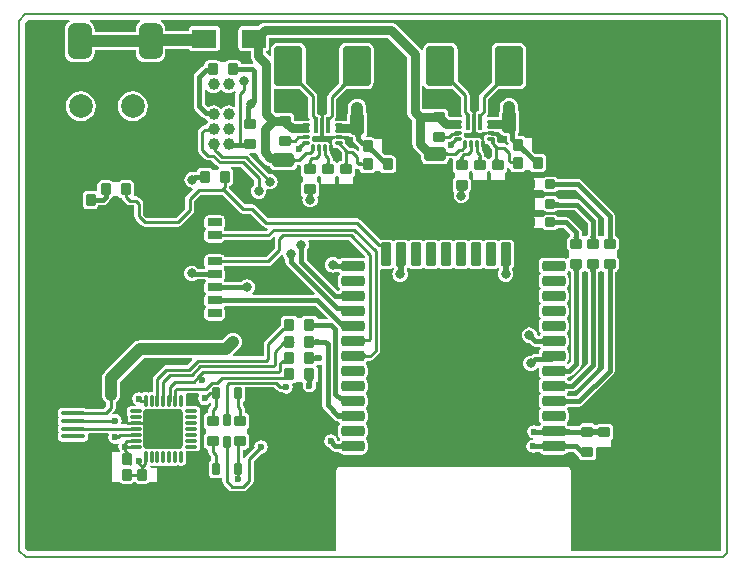
<source format=gtl>
G04*
G04 #@! TF.GenerationSoftware,Altium Limited,Altium Designer,20.2.4 (192)*
G04*
G04 Layer_Physical_Order=1*
G04 Layer_Color=255*
%FSLAX25Y25*%
%MOIN*%
G70*
G04*
G04 #@! TF.SameCoordinates,E48B743E-56E7-44FA-BC68-CEDDD1A44BF1*
G04*
G04*
G04 #@! TF.FilePolarity,Positive*
G04*
G01*
G75*
%ADD11C,0.01000*%
%ADD14C,0.00600*%
G04:AMPARAMS|DCode=16|XSize=118.11mil|YSize=78.74mil|CornerRadius=19.68mil|HoleSize=0mil|Usage=FLASHONLY|Rotation=270.000|XOffset=0mil|YOffset=0mil|HoleType=Round|Shape=RoundedRectangle|*
%AMROUNDEDRECTD16*
21,1,0.11811,0.03937,0,0,270.0*
21,1,0.07874,0.07874,0,0,270.0*
1,1,0.03937,-0.01968,-0.03937*
1,1,0.03937,-0.01968,0.03937*
1,1,0.03937,0.01968,0.03937*
1,1,0.03937,0.01968,-0.03937*
%
%ADD16ROUNDEDRECTD16*%
%ADD17R,0.07480X0.07087*%
G04:AMPARAMS|DCode=18|XSize=15.75mil|YSize=78.74mil|CornerRadius=3.94mil|HoleSize=0mil|Usage=FLASHONLY|Rotation=270.000|XOffset=0mil|YOffset=0mil|HoleType=Round|Shape=RoundedRectangle|*
%AMROUNDEDRECTD18*
21,1,0.01575,0.07087,0,0,270.0*
21,1,0.00787,0.07874,0,0,270.0*
1,1,0.00787,-0.03543,-0.00394*
1,1,0.00787,-0.03543,0.00394*
1,1,0.00787,0.03543,0.00394*
1,1,0.00787,0.03543,-0.00394*
%
%ADD18ROUNDEDRECTD18*%
G04:AMPARAMS|DCode=19|XSize=39.37mil|YSize=35.43mil|CornerRadius=4.43mil|HoleSize=0mil|Usage=FLASHONLY|Rotation=90.000|XOffset=0mil|YOffset=0mil|HoleType=Round|Shape=RoundedRectangle|*
%AMROUNDEDRECTD19*
21,1,0.03937,0.02657,0,0,90.0*
21,1,0.03051,0.03543,0,0,90.0*
1,1,0.00886,0.01329,0.01526*
1,1,0.00886,0.01329,-0.01526*
1,1,0.00886,-0.01329,-0.01526*
1,1,0.00886,-0.01329,0.01526*
%
%ADD19ROUNDEDRECTD19*%
G04:AMPARAMS|DCode=20|XSize=39.37mil|YSize=11.81mil|CornerRadius=1.48mil|HoleSize=0mil|Usage=FLASHONLY|Rotation=0.000|XOffset=0mil|YOffset=0mil|HoleType=Round|Shape=RoundedRectangle|*
%AMROUNDEDRECTD20*
21,1,0.03937,0.00886,0,0,0.0*
21,1,0.03642,0.01181,0,0,0.0*
1,1,0.00295,0.01821,-0.00443*
1,1,0.00295,-0.01821,-0.00443*
1,1,0.00295,-0.01821,0.00443*
1,1,0.00295,0.01821,0.00443*
%
%ADD20ROUNDEDRECTD20*%
G04:AMPARAMS|DCode=21|XSize=39.37mil|YSize=11.81mil|CornerRadius=1.48mil|HoleSize=0mil|Usage=FLASHONLY|Rotation=90.000|XOffset=0mil|YOffset=0mil|HoleType=Round|Shape=RoundedRectangle|*
%AMROUNDEDRECTD21*
21,1,0.03937,0.00886,0,0,90.0*
21,1,0.03642,0.01181,0,0,90.0*
1,1,0.00295,0.00443,0.01821*
1,1,0.00295,0.00443,-0.01821*
1,1,0.00295,-0.00443,-0.01821*
1,1,0.00295,-0.00443,0.01821*
%
%ADD21ROUNDEDRECTD21*%
G04:AMPARAMS|DCode=22|XSize=131.89mil|YSize=131.89mil|CornerRadius=9.89mil|HoleSize=0mil|Usage=FLASHONLY|Rotation=90.000|XOffset=0mil|YOffset=0mil|HoleType=Round|Shape=RoundedRectangle|*
%AMROUNDEDRECTD22*
21,1,0.13189,0.11211,0,0,90.0*
21,1,0.11211,0.13189,0,0,90.0*
1,1,0.01978,0.05605,0.05605*
1,1,0.01978,0.05605,-0.05605*
1,1,0.01978,-0.05605,-0.05605*
1,1,0.01978,-0.05605,0.05605*
%
%ADD22ROUNDEDRECTD22*%
G04:AMPARAMS|DCode=23|XSize=23.62mil|YSize=39.37mil|CornerRadius=2.95mil|HoleSize=0mil|Usage=FLASHONLY|Rotation=0.000|XOffset=0mil|YOffset=0mil|HoleType=Round|Shape=RoundedRectangle|*
%AMROUNDEDRECTD23*
21,1,0.02362,0.03347,0,0,0.0*
21,1,0.01772,0.03937,0,0,0.0*
1,1,0.00591,0.00886,-0.01673*
1,1,0.00591,-0.00886,-0.01673*
1,1,0.00591,-0.00886,0.01673*
1,1,0.00591,0.00886,0.01673*
%
%ADD23ROUNDEDRECTD23*%
G04:AMPARAMS|DCode=24|XSize=39.37mil|YSize=35.43mil|CornerRadius=4.43mil|HoleSize=0mil|Usage=FLASHONLY|Rotation=180.000|XOffset=0mil|YOffset=0mil|HoleType=Round|Shape=RoundedRectangle|*
%AMROUNDEDRECTD24*
21,1,0.03937,0.02657,0,0,180.0*
21,1,0.03051,0.03543,0,0,180.0*
1,1,0.00886,-0.01526,0.01329*
1,1,0.00886,0.01526,0.01329*
1,1,0.00886,0.01526,-0.01329*
1,1,0.00886,-0.01526,-0.01329*
%
%ADD24ROUNDEDRECTD24*%
G04:AMPARAMS|DCode=25|XSize=31.5mil|YSize=31.5mil|CornerRadius=3.94mil|HoleSize=0mil|Usage=FLASHONLY|Rotation=180.000|XOffset=0mil|YOffset=0mil|HoleType=Round|Shape=RoundedRectangle|*
%AMROUNDEDRECTD25*
21,1,0.03150,0.02362,0,0,180.0*
21,1,0.02362,0.03150,0,0,180.0*
1,1,0.00787,-0.01181,0.01181*
1,1,0.00787,0.01181,0.01181*
1,1,0.00787,0.01181,-0.01181*
1,1,0.00787,-0.01181,-0.01181*
%
%ADD25ROUNDEDRECTD25*%
G04:AMPARAMS|DCode=26|XSize=78.74mil|YSize=35.43mil|CornerRadius=8.86mil|HoleSize=0mil|Usage=FLASHONLY|Rotation=180.000|XOffset=0mil|YOffset=0mil|HoleType=Round|Shape=RoundedRectangle|*
%AMROUNDEDRECTD26*
21,1,0.07874,0.01772,0,0,180.0*
21,1,0.06102,0.03543,0,0,180.0*
1,1,0.01772,-0.03051,0.00886*
1,1,0.01772,0.03051,0.00886*
1,1,0.01772,0.03051,-0.00886*
1,1,0.01772,-0.03051,-0.00886*
%
%ADD26ROUNDEDRECTD26*%
G04:AMPARAMS|DCode=27|XSize=78.74mil|YSize=35.43mil|CornerRadius=8.86mil|HoleSize=0mil|Usage=FLASHONLY|Rotation=270.000|XOffset=0mil|YOffset=0mil|HoleType=Round|Shape=RoundedRectangle|*
%AMROUNDEDRECTD27*
21,1,0.07874,0.01772,0,0,270.0*
21,1,0.06102,0.03543,0,0,270.0*
1,1,0.01772,-0.00886,-0.03051*
1,1,0.01772,-0.00886,0.03051*
1,1,0.01772,0.00886,0.03051*
1,1,0.01772,0.00886,-0.03051*
%
%ADD27ROUNDEDRECTD27*%
G04:AMPARAMS|DCode=28|XSize=196.85mil|YSize=196.85mil|CornerRadius=49.21mil|HoleSize=0mil|Usage=FLASHONLY|Rotation=180.000|XOffset=0mil|YOffset=0mil|HoleType=Round|Shape=RoundedRectangle|*
%AMROUNDEDRECTD28*
21,1,0.19685,0.09843,0,0,180.0*
21,1,0.09843,0.19685,0,0,180.0*
1,1,0.09843,-0.04921,0.04921*
1,1,0.09843,0.04921,0.04921*
1,1,0.09843,0.04921,-0.04921*
1,1,0.09843,-0.04921,-0.04921*
%
%ADD28ROUNDEDRECTD28*%
G04:AMPARAMS|DCode=29|XSize=133.86mil|YSize=94.49mil|CornerRadius=11.81mil|HoleSize=0mil|Usage=FLASHONLY|Rotation=90.000|XOffset=0mil|YOffset=0mil|HoleType=Round|Shape=RoundedRectangle|*
%AMROUNDEDRECTD29*
21,1,0.13386,0.07087,0,0,90.0*
21,1,0.11024,0.09449,0,0,90.0*
1,1,0.02362,0.03543,0.05512*
1,1,0.02362,0.03543,-0.05512*
1,1,0.02362,-0.03543,-0.05512*
1,1,0.02362,-0.03543,0.05512*
%
%ADD29ROUNDEDRECTD29*%
%ADD30R,0.00984X0.01181*%
G04:AMPARAMS|DCode=31|XSize=23.62mil|YSize=11.81mil|CornerRadius=1.48mil|HoleSize=0mil|Usage=FLASHONLY|Rotation=180.000|XOffset=0mil|YOffset=0mil|HoleType=Round|Shape=RoundedRectangle|*
%AMROUNDEDRECTD31*
21,1,0.02362,0.00886,0,0,180.0*
21,1,0.02067,0.01181,0,0,180.0*
1,1,0.00295,-0.01034,0.00443*
1,1,0.00295,0.01034,0.00443*
1,1,0.00295,0.01034,-0.00443*
1,1,0.00295,-0.01034,-0.00443*
%
%ADD31ROUNDEDRECTD31*%
G04:AMPARAMS|DCode=32|XSize=53.15mil|YSize=11.81mil|CornerRadius=1.48mil|HoleSize=0mil|Usage=FLASHONLY|Rotation=90.000|XOffset=0mil|YOffset=0mil|HoleType=Round|Shape=RoundedRectangle|*
%AMROUNDEDRECTD32*
21,1,0.05315,0.00886,0,0,90.0*
21,1,0.05020,0.01181,0,0,90.0*
1,1,0.00295,0.00443,0.02510*
1,1,0.00295,0.00443,-0.02510*
1,1,0.00295,-0.00443,-0.02510*
1,1,0.00295,-0.00443,0.02510*
%
%ADD32ROUNDEDRECTD32*%
G04:AMPARAMS|DCode=33|XSize=66.93mil|YSize=11.81mil|CornerRadius=1.48mil|HoleSize=0mil|Usage=FLASHONLY|Rotation=90.000|XOffset=0mil|YOffset=0mil|HoleType=Round|Shape=RoundedRectangle|*
%AMROUNDEDRECTD33*
21,1,0.06693,0.00886,0,0,90.0*
21,1,0.06398,0.01181,0,0,90.0*
1,1,0.00295,0.00443,0.03199*
1,1,0.00295,0.00443,-0.03199*
1,1,0.00295,-0.00443,-0.03199*
1,1,0.00295,-0.00443,0.03199*
%
%ADD33ROUNDEDRECTD33*%
G04:AMPARAMS|DCode=34|XSize=23.62mil|YSize=11.81mil|CornerRadius=1.48mil|HoleSize=0mil|Usage=FLASHONLY|Rotation=90.000|XOffset=0mil|YOffset=0mil|HoleType=Round|Shape=RoundedRectangle|*
%AMROUNDEDRECTD34*
21,1,0.02362,0.00886,0,0,90.0*
21,1,0.02067,0.01181,0,0,90.0*
1,1,0.00295,0.00443,0.01034*
1,1,0.00295,0.00443,-0.01034*
1,1,0.00295,-0.00443,-0.01034*
1,1,0.00295,-0.00443,0.01034*
%
%ADD34ROUNDEDRECTD34*%
G04:AMPARAMS|DCode=35|XSize=82.68mil|YSize=62.99mil|CornerRadius=3.15mil|HoleSize=0mil|Usage=FLASHONLY|Rotation=180.000|XOffset=0mil|YOffset=0mil|HoleType=Round|Shape=RoundedRectangle|*
%AMROUNDEDRECTD35*
21,1,0.08268,0.05669,0,0,180.0*
21,1,0.07638,0.06299,0,0,180.0*
1,1,0.00630,-0.03819,0.02835*
1,1,0.00630,0.03819,0.02835*
1,1,0.00630,0.03819,-0.02835*
1,1,0.00630,-0.03819,-0.02835*
%
%ADD35ROUNDEDRECTD35*%
G04:AMPARAMS|DCode=36|XSize=74.8mil|YSize=51.18mil|CornerRadius=6.4mil|HoleSize=0mil|Usage=FLASHONLY|Rotation=0.000|XOffset=0mil|YOffset=0mil|HoleType=Round|Shape=RoundedRectangle|*
%AMROUNDEDRECTD36*
21,1,0.07480,0.03839,0,0,0.0*
21,1,0.06201,0.05118,0,0,0.0*
1,1,0.01280,0.03100,-0.01919*
1,1,0.01280,-0.03100,-0.01919*
1,1,0.01280,-0.03100,0.01919*
1,1,0.01280,0.03100,0.01919*
%
%ADD36ROUNDEDRECTD36*%
G04:AMPARAMS|DCode=37|XSize=110.24mil|YSize=39.37mil|CornerRadius=4.92mil|HoleSize=0mil|Usage=FLASHONLY|Rotation=0.000|XOffset=0mil|YOffset=0mil|HoleType=Round|Shape=RoundedRectangle|*
%AMROUNDEDRECTD37*
21,1,0.11024,0.02953,0,0,0.0*
21,1,0.10039,0.03937,0,0,0.0*
1,1,0.00984,0.05020,-0.01476*
1,1,0.00984,-0.05020,-0.01476*
1,1,0.00984,-0.05020,0.01476*
1,1,0.00984,0.05020,0.01476*
%
%ADD37ROUNDEDRECTD37*%
G04:AMPARAMS|DCode=38|XSize=39.37mil|YSize=31.5mil|CornerRadius=3.94mil|HoleSize=0mil|Usage=FLASHONLY|Rotation=270.000|XOffset=0mil|YOffset=0mil|HoleType=Round|Shape=RoundedRectangle|*
%AMROUNDEDRECTD38*
21,1,0.03937,0.02362,0,0,270.0*
21,1,0.03150,0.03150,0,0,270.0*
1,1,0.00787,-0.01181,-0.01575*
1,1,0.00787,-0.01181,0.01575*
1,1,0.00787,0.01181,0.01575*
1,1,0.00787,0.01181,-0.01575*
%
%ADD38ROUNDEDRECTD38*%
G04:AMPARAMS|DCode=39|XSize=47.24mil|YSize=39.37mil|CornerRadius=4.92mil|HoleSize=0mil|Usage=FLASHONLY|Rotation=0.000|XOffset=0mil|YOffset=0mil|HoleType=Round|Shape=RoundedRectangle|*
%AMROUNDEDRECTD39*
21,1,0.04724,0.02953,0,0,0.0*
21,1,0.03740,0.03937,0,0,0.0*
1,1,0.00984,0.01870,-0.01476*
1,1,0.00984,-0.01870,-0.01476*
1,1,0.00984,-0.01870,0.01476*
1,1,0.00984,0.01870,0.01476*
%
%ADD39ROUNDEDRECTD39*%
G04:AMPARAMS|DCode=40|XSize=47.24mil|YSize=27.56mil|CornerRadius=3.45mil|HoleSize=0mil|Usage=FLASHONLY|Rotation=0.000|XOffset=0mil|YOffset=0mil|HoleType=Round|Shape=RoundedRectangle|*
%AMROUNDEDRECTD40*
21,1,0.04724,0.02067,0,0,0.0*
21,1,0.04035,0.02756,0,0,0.0*
1,1,0.00689,0.02018,-0.01034*
1,1,0.00689,-0.02018,-0.01034*
1,1,0.00689,-0.02018,0.01034*
1,1,0.00689,0.02018,0.01034*
%
%ADD40ROUNDEDRECTD40*%
G04:AMPARAMS|DCode=41|XSize=70.87mil|YSize=45.28mil|CornerRadius=5.66mil|HoleSize=0mil|Usage=FLASHONLY|Rotation=90.000|XOffset=0mil|YOffset=0mil|HoleType=Round|Shape=RoundedRectangle|*
%AMROUNDEDRECTD41*
21,1,0.07087,0.03396,0,0,90.0*
21,1,0.05955,0.04528,0,0,90.0*
1,1,0.01132,0.01698,0.02977*
1,1,0.01132,0.01698,-0.02977*
1,1,0.01132,-0.01698,-0.02977*
1,1,0.01132,-0.01698,0.02977*
%
%ADD41ROUNDEDRECTD41*%
G04:AMPARAMS|DCode=42|XSize=70.87mil|YSize=45.28mil|CornerRadius=5.66mil|HoleSize=0mil|Usage=FLASHONLY|Rotation=0.000|XOffset=0mil|YOffset=0mil|HoleType=Round|Shape=RoundedRectangle|*
%AMROUNDEDRECTD42*
21,1,0.07087,0.03396,0,0,0.0*
21,1,0.05955,0.04528,0,0,0.0*
1,1,0.01132,0.02977,-0.01698*
1,1,0.01132,-0.02977,-0.01698*
1,1,0.01132,-0.02977,0.01698*
1,1,0.01132,0.02977,0.01698*
%
%ADD42ROUNDEDRECTD42*%
%ADD75C,0.04000*%
%ADD76C,0.01500*%
%ADD77C,0.03150*%
%ADD78C,0.03100*%
%ADD79C,0.02000*%
%ADD80C,0.11811*%
%ADD81C,0.07874*%
%ADD82C,0.03937*%
G04:AMPARAMS|DCode=83|XSize=82.68mil|YSize=74.8mil|CornerRadius=18.7mil|HoleSize=0mil|Usage=FLASHONLY|Rotation=180.000|XOffset=0mil|YOffset=0mil|HoleType=Round|Shape=RoundedRectangle|*
%AMROUNDEDRECTD83*
21,1,0.08268,0.03740,0,0,180.0*
21,1,0.04528,0.07480,0,0,180.0*
1,1,0.03740,-0.02264,0.01870*
1,1,0.03740,0.02264,0.01870*
1,1,0.03740,0.02264,-0.01870*
1,1,0.03740,-0.02264,-0.01870*
%
%ADD83ROUNDEDRECTD83*%
G04:AMPARAMS|DCode=84|XSize=49.21mil|YSize=41.34mil|CornerRadius=20.67mil|HoleSize=0mil|Usage=FLASHONLY|Rotation=180.000|XOffset=0mil|YOffset=0mil|HoleType=Round|Shape=RoundedRectangle|*
%AMROUNDEDRECTD84*
21,1,0.04921,0.00000,0,0,180.0*
21,1,0.00787,0.04134,0,0,180.0*
1,1,0.04134,-0.00394,0.00000*
1,1,0.04134,0.00394,0.00000*
1,1,0.04134,0.00394,0.00000*
1,1,0.04134,-0.00394,0.00000*
%
%ADD84ROUNDEDRECTD84*%
%ADD85C,0.02362*%
%ADD86C,0.03150*%
G36*
X40568Y178693D02*
X40502Y178665D01*
X39882Y178190D01*
X39406Y177570D01*
X39107Y176848D01*
X39005Y176073D01*
Y175161D01*
X25308D01*
Y176073D01*
X25206Y176848D01*
X24907Y177570D01*
X24431Y178190D01*
X23811Y178665D01*
X23745Y178693D01*
X23844Y179193D01*
X40469D01*
X40568Y178693D01*
D02*
G37*
G36*
X234214Y179010D02*
Y2514D01*
X233819Y2119D01*
X183982D01*
Y29182D01*
X183904Y29572D01*
X183683Y29903D01*
X183352Y30124D01*
X182962Y30202D01*
X106962D01*
X106572Y30124D01*
X106241Y29903D01*
X106020Y29572D01*
X105943Y29182D01*
Y2119D01*
X3119D01*
X2008Y3231D01*
Y178169D01*
X3031Y179193D01*
X16847D01*
X16946Y178693D01*
X16880Y178665D01*
X16260Y178190D01*
X15784Y177570D01*
X15485Y176848D01*
X15383Y176073D01*
Y168199D01*
X15485Y167424D01*
X15784Y166701D01*
X16260Y166081D01*
X16880Y165605D01*
X17602Y165306D01*
X18377Y165204D01*
X22314D01*
X23089Y165306D01*
X23811Y165605D01*
X24431Y166081D01*
X24907Y166701D01*
X25206Y167424D01*
X25308Y168199D01*
Y169110D01*
X39005D01*
Y168199D01*
X39107Y167424D01*
X39406Y166701D01*
X39882Y166081D01*
X40502Y165605D01*
X41224Y165306D01*
X41999Y165204D01*
X45936D01*
X46711Y165306D01*
X47433Y165605D01*
X48053Y166081D01*
X48529Y166701D01*
X48828Y167424D01*
X48930Y168199D01*
Y169583D01*
X56938D01*
X57127Y169299D01*
X57563Y169009D01*
X58075Y168907D01*
X65713D01*
X66226Y169009D01*
X66661Y169299D01*
X66952Y169734D01*
X67054Y170247D01*
Y175917D01*
X66952Y176430D01*
X66661Y176865D01*
X66226Y177155D01*
X65713Y177257D01*
X58075D01*
X57563Y177155D01*
X57127Y176865D01*
X56837Y176430D01*
X56735Y175917D01*
Y175635D01*
X48930D01*
Y176073D01*
X48828Y176848D01*
X48529Y177570D01*
X48053Y178190D01*
X47433Y178665D01*
X47367Y178693D01*
X47466Y179193D01*
X234031D01*
X234214Y179010D01*
D02*
G37*
%LPC*%
G36*
X124262Y178379D02*
X82114D01*
X81442Y178291D01*
X80816Y178031D01*
X80278Y177619D01*
X79917Y177257D01*
X74611D01*
X74098Y177155D01*
X73663Y176865D01*
X73372Y176430D01*
X73270Y175917D01*
Y170247D01*
X73372Y169734D01*
X73663Y169299D01*
X74098Y169009D01*
X74611Y168907D01*
X77339D01*
Y167108D01*
X77428Y166435D01*
X77687Y165809D01*
X78100Y165271D01*
X78197Y165174D01*
X77951Y164713D01*
X77684Y164766D01*
X74137D01*
X74097Y164971D01*
X73778Y165448D01*
X73300Y165767D01*
X72737Y165879D01*
X70080D01*
X69517Y165767D01*
X69040Y165448D01*
X68903Y165244D01*
X67221D01*
X67085Y165448D01*
X66607Y165767D01*
X66044Y165879D01*
X63387D01*
X62824Y165767D01*
X62347Y165448D01*
X62028Y164971D01*
X61916Y164408D01*
Y164178D01*
X61679Y164130D01*
X61101Y163744D01*
X58900Y161544D01*
X58514Y160965D01*
X58378Y160282D01*
Y150582D01*
X58514Y149899D01*
X58900Y149320D01*
X61234Y146987D01*
X61234Y146987D01*
X61813Y146600D01*
X62277Y146508D01*
X62369Y146285D01*
X62845Y145665D01*
X63018Y145532D01*
Y145032D01*
X62845Y144899D01*
X62369Y144279D01*
X62341Y144211D01*
X61962D01*
X61377Y144095D01*
X60881Y143763D01*
X60081Y142963D01*
X59749Y142467D01*
X59633Y141882D01*
Y136082D01*
X59749Y135497D01*
X60081Y135001D01*
X62181Y132901D01*
X62677Y132569D01*
X63262Y132453D01*
X64229D01*
X65881Y130801D01*
X66377Y130469D01*
X66829Y130379D01*
Y129869D01*
X66817Y129867D01*
X66340Y129548D01*
X66203Y129344D01*
X64521D01*
X64385Y129548D01*
X63907Y129867D01*
X63344Y129979D01*
X60687D01*
X60124Y129867D01*
X59647Y129548D01*
X59328Y129071D01*
X59267Y128766D01*
X58862D01*
X58179Y128630D01*
X58063Y128553D01*
X57862Y128579D01*
X57190Y128490D01*
X56564Y128231D01*
X56026Y127818D01*
X55613Y127280D01*
X55354Y126654D01*
X55265Y125982D01*
X55354Y125310D01*
X55613Y124683D01*
X56026Y124146D01*
X56564Y123733D01*
X57190Y123474D01*
X57862Y123385D01*
X57900Y123390D01*
X58134Y122916D01*
X55881Y120663D01*
X55549Y120167D01*
X55433Y119582D01*
Y116416D01*
X52429Y113411D01*
X42596D01*
X41592Y114416D01*
Y118082D01*
X41475Y118667D01*
X41144Y119163D01*
X40244Y120063D01*
X39747Y120395D01*
X39162Y120511D01*
X38826D01*
X38474Y121011D01*
X38531Y121298D01*
Y124349D01*
X38419Y124912D01*
X38100Y125389D01*
X37623Y125708D01*
X37060Y125820D01*
X34403D01*
X33840Y125708D01*
X33362Y125389D01*
X33226Y125186D01*
X31544D01*
X31407Y125389D01*
X30930Y125708D01*
X30367Y125820D01*
X27710D01*
X27147Y125708D01*
X26669Y125389D01*
X26351Y124912D01*
X26239Y124349D01*
Y122384D01*
X25738Y122116D01*
X25692Y122147D01*
X25149Y122256D01*
X22786D01*
X22243Y122147D01*
X21782Y121839D01*
X21474Y121378D01*
X21365Y120835D01*
Y117685D01*
X21474Y117141D01*
X21782Y116680D01*
X22243Y116372D01*
X22786Y116264D01*
X25149D01*
X25692Y116372D01*
X26153Y116680D01*
X26461Y117141D01*
X26528Y117475D01*
X28084D01*
X28766Y117611D01*
X29345Y117998D01*
X30224Y118877D01*
X30611Y119456D01*
X30698Y119892D01*
X30930Y119939D01*
X31407Y120258D01*
X31544Y120461D01*
X33226D01*
X33362Y120258D01*
X33840Y119939D01*
X34299Y119847D01*
X34349Y119597D01*
X34681Y119101D01*
X35881Y117901D01*
X36377Y117569D01*
X36962Y117453D01*
X38529D01*
X38533Y117448D01*
Y113782D01*
X38649Y113197D01*
X38981Y112701D01*
X40881Y110801D01*
X41377Y110469D01*
X41962Y110353D01*
X53062D01*
X53647Y110469D01*
X54144Y110801D01*
X58044Y114701D01*
X58375Y115197D01*
X58491Y115782D01*
Y118948D01*
X60596Y121053D01*
X67662D01*
X67801Y121080D01*
X73698Y115183D01*
X74194Y114852D01*
X74780Y114735D01*
X77235D01*
X81459Y110511D01*
X81956Y110179D01*
X82541Y110063D01*
X82887D01*
X83079Y109601D01*
X82456Y108978D01*
X68592D01*
X68586Y109007D01*
X68289Y109451D01*
Y109777D01*
X68586Y110221D01*
X68691Y110746D01*
Y112813D01*
X68586Y113338D01*
X68289Y113782D01*
X67844Y114079D01*
X67320Y114184D01*
X63284D01*
X62760Y114079D01*
X62315Y113782D01*
X62018Y113338D01*
X61914Y112813D01*
Y110746D01*
X62018Y110221D01*
X62315Y109777D01*
Y109451D01*
X62018Y109007D01*
X61914Y108482D01*
Y106415D01*
X62018Y105891D01*
X62315Y105446D01*
X62760Y105149D01*
X63284Y105044D01*
X67320D01*
X67844Y105149D01*
X68289Y105446D01*
X68586Y105891D01*
X68592Y105919D01*
X83090D01*
X83675Y106036D01*
X84171Y106367D01*
X85299Y107495D01*
X85355Y107484D01*
X85585Y106928D01*
X85449Y106725D01*
X85333Y106139D01*
Y103115D01*
X82534Y100317D01*
X68592D01*
X68586Y100345D01*
X68289Y100790D01*
X67844Y101087D01*
X67320Y101192D01*
X63284D01*
X62760Y101087D01*
X62315Y100790D01*
X62018Y100345D01*
X61914Y99821D01*
Y97754D01*
X62018Y97229D01*
X62235Y96904D01*
X62088Y96497D01*
X62014Y96404D01*
X59763D01*
X59598Y96618D01*
X59061Y97031D01*
X58434Y97290D01*
X57762Y97379D01*
X57090Y97290D01*
X56464Y97031D01*
X55926Y96618D01*
X55513Y96080D01*
X55254Y95454D01*
X55165Y94782D01*
X55254Y94110D01*
X55513Y93484D01*
X55926Y92946D01*
X56464Y92533D01*
X57090Y92273D01*
X57762Y92185D01*
X58434Y92273D01*
X59061Y92533D01*
X59454Y92835D01*
X62060D01*
X62315Y92454D01*
Y92129D01*
X62018Y91684D01*
X61914Y91159D01*
Y89092D01*
X62018Y88568D01*
X62315Y88123D01*
Y87798D01*
X62018Y87353D01*
X61914Y86829D01*
Y84762D01*
X62018Y84237D01*
X62315Y83792D01*
Y83467D01*
X62018Y83022D01*
X61914Y82498D01*
Y80431D01*
X62018Y79906D01*
X62315Y79462D01*
X62760Y79164D01*
X63284Y79060D01*
X67320D01*
X67844Y79164D01*
X68289Y79462D01*
X68586Y79906D01*
X68691Y80431D01*
Y82498D01*
X68586Y83022D01*
X68289Y83467D01*
Y83682D01*
X68663Y84098D01*
X98823D01*
X102993Y79928D01*
X102801Y79466D01*
X99667D01*
X99631Y79650D01*
X99312Y80127D01*
X98835Y80446D01*
X98272Y80558D01*
X95614D01*
X95051Y80446D01*
X94574Y80127D01*
X94438Y79923D01*
X92755D01*
X92619Y80127D01*
X92141Y80446D01*
X91579Y80558D01*
X88921D01*
X88358Y80446D01*
X87881Y80127D01*
X87562Y79650D01*
X87450Y79087D01*
Y77488D01*
X87013Y77196D01*
X82095Y72278D01*
X81763Y71781D01*
X81647Y71196D01*
Y67111D01*
X71578D01*
X71371Y67611D01*
X73602Y69842D01*
X74083Y70469D01*
X74385Y71199D01*
X74488Y71982D01*
X74385Y72765D01*
X74083Y73495D01*
X73602Y74122D01*
X72975Y74603D01*
X72245Y74905D01*
X71462Y75008D01*
X70679Y74905D01*
X69949Y74603D01*
X69323Y74122D01*
X67709Y72508D01*
X40362D01*
X39579Y72405D01*
X38849Y72102D01*
X38223Y71622D01*
X28622Y62022D01*
X28142Y61395D01*
X27839Y60665D01*
X27736Y59882D01*
Y54282D01*
X27839Y53499D01*
X28142Y52769D01*
X28622Y52142D01*
X29233Y51674D01*
Y50616D01*
X28318Y49701D01*
X22477D01*
X22211Y49878D01*
X21668Y49986D01*
X14581D01*
X14037Y49878D01*
X13576Y49570D01*
X13268Y49109D01*
X13160Y48565D01*
Y47778D01*
X13268Y47234D01*
X13497Y46892D01*
X13268Y46550D01*
X13160Y46006D01*
Y45219D01*
X13268Y44675D01*
X13497Y44333D01*
X13268Y43991D01*
X13160Y43447D01*
Y42660D01*
X13268Y42116D01*
X13497Y41774D01*
X13268Y41432D01*
X13160Y40888D01*
Y40100D01*
X13268Y39557D01*
X13576Y39096D01*
X14037Y38788D01*
X14581Y38680D01*
X21668D01*
X22211Y38788D01*
X22672Y39096D01*
X22980Y39557D01*
X23089Y40100D01*
Y40888D01*
X23069Y40988D01*
X23479Y41488D01*
X29817D01*
X30053Y40988D01*
X29899Y40216D01*
X30068Y39365D01*
X30551Y38644D01*
X31272Y38162D01*
X32123Y37992D01*
X32945Y38156D01*
X33003Y38127D01*
X33036Y38103D01*
X33347Y37810D01*
X33205Y37095D01*
X33375Y36244D01*
X33787Y35627D01*
X33650Y35455D01*
X33640Y35448D01*
X33614Y35409D01*
X33482Y35244D01*
X31087D01*
Y30520D01*
X31087D01*
Y30044D01*
X31087D01*
Y25320D01*
X33503D01*
X33640Y25116D01*
X34117Y24797D01*
X34680Y24685D01*
X37337D01*
X37900Y24797D01*
X38378Y25116D01*
X38847D01*
X39324Y24797D01*
X39887Y24685D01*
X42544D01*
X43107Y24797D01*
X43585Y25116D01*
X43721Y25320D01*
X46137D01*
Y30044D01*
X44153D01*
X44030Y30158D01*
X43865Y30531D01*
X44020Y30758D01*
X44735D01*
X45183Y30847D01*
X45276Y30909D01*
X45370Y30847D01*
X45818Y30758D01*
X46704D01*
X47151Y30847D01*
X47245Y30909D01*
X47338Y30847D01*
X47786Y30758D01*
X48672D01*
X49120Y30847D01*
X49213Y30909D01*
X49307Y30847D01*
X49755Y30758D01*
X50641D01*
X51088Y30847D01*
X51182Y30909D01*
X51275Y30847D01*
X51723Y30758D01*
X52609D01*
X53057Y30847D01*
X53150Y30909D01*
X53244Y30847D01*
X53692Y30758D01*
X54578D01*
X55025Y30847D01*
X55405Y31100D01*
X55659Y31480D01*
X55748Y31928D01*
Y35482D01*
X59302D01*
X59750Y35571D01*
X60129Y35825D01*
X60383Y36204D01*
X60472Y36652D01*
Y37538D01*
X60383Y37986D01*
X60321Y38080D01*
X60383Y38173D01*
X60472Y38621D01*
Y39507D01*
X60383Y39954D01*
X60321Y40048D01*
X60383Y40141D01*
X60472Y40589D01*
Y41475D01*
X60383Y41923D01*
X60321Y42017D01*
X60383Y42110D01*
X60472Y42558D01*
Y43444D01*
X60383Y43891D01*
X60321Y43985D01*
X60383Y44078D01*
X60472Y44526D01*
Y45412D01*
X60383Y45860D01*
X60321Y45954D01*
X60383Y46047D01*
X60472Y46495D01*
Y47381D01*
X60383Y47828D01*
X60321Y47922D01*
X60383Y48016D01*
X60472Y48463D01*
Y49349D01*
X60383Y49797D01*
X60129Y50177D01*
X59750Y50430D01*
X59302Y50519D01*
X55748D01*
Y54074D01*
X55692Y54353D01*
X55993Y54853D01*
X59930D01*
X60197Y54353D01*
X59948Y53979D01*
X59778Y53128D01*
X59948Y52277D01*
X60430Y51556D01*
X61151Y51073D01*
X62002Y50904D01*
X62853Y51073D01*
X63575Y51556D01*
X63693Y51732D01*
X64193Y51580D01*
Y50948D01*
X63681Y50436D01*
X63349Y49940D01*
X63233Y49354D01*
Y48300D01*
X62674Y48189D01*
X62196Y47870D01*
X61877Y47393D01*
X61765Y46830D01*
Y44172D01*
X61877Y43609D01*
X62196Y43132D01*
X62400Y42996D01*
Y41313D01*
X62196Y41177D01*
X61877Y40700D01*
X61765Y40137D01*
Y37479D01*
X61877Y36916D01*
X62196Y36439D01*
X62674Y36120D01*
X63233Y36009D01*
Y35254D01*
X63349Y34669D01*
X63681Y34173D01*
X64093Y33761D01*
Y32428D01*
X63802Y32234D01*
X63516Y31806D01*
X63415Y31300D01*
Y27954D01*
X63516Y27448D01*
X63802Y27020D01*
X64231Y26733D01*
X64736Y26633D01*
X66508D01*
X67013Y26733D01*
X67333Y26947D01*
X67714Y26815D01*
X67833Y26726D01*
Y25482D01*
X67949Y24897D01*
X68281Y24401D01*
X70054Y22627D01*
X70550Y22296D01*
X71136Y22179D01*
X74789D01*
X75374Y22296D01*
X75870Y22627D01*
X77844Y24601D01*
X78175Y25097D01*
X78291Y25682D01*
Y32237D01*
X80777Y34722D01*
X80828Y34712D01*
X81679Y34882D01*
X82400Y35364D01*
X82882Y36085D01*
X83052Y36936D01*
X82882Y37787D01*
X82400Y38509D01*
X81679Y38991D01*
X80828Y39160D01*
X79977Y38991D01*
X79255Y38509D01*
X78773Y37787D01*
X78604Y36936D01*
X78614Y36885D01*
X75681Y33952D01*
X75349Y33456D01*
X75281Y33115D01*
X74807Y32869D01*
X74733Y32869D01*
X74691Y32895D01*
Y36008D01*
X75288D01*
X75851Y36120D01*
X76328Y36439D01*
X76647Y36916D01*
X76759Y37479D01*
Y40137D01*
X76647Y40700D01*
X76328Y41177D01*
X76124Y41313D01*
Y42996D01*
X76328Y43132D01*
X76647Y43609D01*
X76759Y44172D01*
Y46830D01*
X76647Y47393D01*
X76328Y47870D01*
X75851Y48189D01*
X75292Y48300D01*
Y49754D01*
X75175Y50340D01*
X74844Y50836D01*
X74732Y50948D01*
Y52081D01*
X75022Y52275D01*
X75308Y52703D01*
X75409Y53209D01*
Y56555D01*
X75585Y56770D01*
X85211D01*
X86134Y55848D01*
X86630Y55516D01*
X87215Y55400D01*
X87592D01*
X87621Y55357D01*
X88343Y54874D01*
X89194Y54705D01*
X90045Y54874D01*
X90766Y55357D01*
X91248Y56078D01*
X91417Y56929D01*
X91278Y57631D01*
X91569Y58131D01*
X91578D01*
X92141Y58243D01*
X92619Y58562D01*
X92755Y58766D01*
X94437D01*
X94573Y58562D01*
X94897Y58346D01*
X94848Y58273D01*
X94678Y57422D01*
X94848Y56571D01*
X95330Y55850D01*
X96051Y55368D01*
X96902Y55198D01*
X97753Y55368D01*
X98475Y55850D01*
X98957Y56571D01*
X99126Y57422D01*
X98957Y58273D01*
X98933Y58309D01*
X99312Y58562D01*
X99630Y59039D01*
X99742Y59602D01*
Y62653D01*
X99630Y63216D01*
X99445Y63495D01*
X99274Y63982D01*
X99572Y64427D01*
X99985Y64345D01*
X100678Y64483D01*
X101178Y64187D01*
Y50782D01*
X101314Y50099D01*
X101700Y49520D01*
X105101Y46120D01*
X105101Y46120D01*
X105679Y45733D01*
X106362Y45598D01*
X106592Y45567D01*
X107009Y44944D01*
X107016Y44939D01*
Y44439D01*
X107009Y44434D01*
X106592Y43811D01*
X106446Y43075D01*
Y41303D01*
X106592Y40567D01*
X107009Y39944D01*
X107016Y39939D01*
Y39578D01*
X106966Y39371D01*
X106761Y39064D01*
X106565Y39042D01*
X106247Y39075D01*
X106117Y39728D01*
X105635Y40450D01*
X104913Y40932D01*
X104062Y41101D01*
X103211Y40932D01*
X102490Y40450D01*
X102008Y39728D01*
X101838Y38877D01*
X102008Y38026D01*
X102490Y37305D01*
X103211Y36823D01*
X103435Y36778D01*
X103524Y36696D01*
X104300Y35920D01*
X104879Y35533D01*
X105562Y35398D01*
X106705D01*
X107009Y34944D01*
X107633Y34527D01*
X108369Y34380D01*
X114471D01*
X115207Y34527D01*
X115830Y34944D01*
X116247Y35568D01*
X116394Y36303D01*
Y38075D01*
X116247Y38811D01*
X115830Y39434D01*
X115824Y39439D01*
Y39939D01*
X115830Y39944D01*
X116247Y40567D01*
X116394Y41303D01*
Y43075D01*
X116247Y43811D01*
X115830Y44434D01*
X115824Y44439D01*
Y44939D01*
X115830Y44944D01*
X116247Y45568D01*
X116394Y46303D01*
Y48075D01*
X116247Y48811D01*
X115830Y49435D01*
X115824Y49439D01*
Y49939D01*
X115830Y49944D01*
X116247Y50568D01*
X116394Y51303D01*
Y53075D01*
X116247Y53811D01*
X115830Y54435D01*
X115824Y54439D01*
Y54939D01*
X115830Y54944D01*
X116247Y55567D01*
X116394Y56303D01*
Y58075D01*
X116247Y58811D01*
X115830Y59434D01*
X115824Y59439D01*
Y59939D01*
X115830Y59944D01*
X116247Y60567D01*
X116394Y61303D01*
Y63075D01*
X116247Y63811D01*
X115830Y64434D01*
X115824Y64439D01*
Y64939D01*
X115830Y64944D01*
X116247Y65567D01*
X116266Y65660D01*
X117194D01*
X117779Y65776D01*
X118275Y66108D01*
X120144Y67976D01*
X120475Y68472D01*
X120592Y69057D01*
Y95857D01*
X121092Y96233D01*
X121498Y96152D01*
X123270D01*
X124006Y96298D01*
X124589Y96688D01*
X124632Y96715D01*
X125139D01*
X125148Y96697D01*
X125258Y96177D01*
X124936Y95758D01*
X124677Y95131D01*
X124588Y94459D01*
X124677Y93787D01*
X124936Y93161D01*
X125349Y92623D01*
X125886Y92210D01*
X126513Y91951D01*
X127185Y91862D01*
X127857Y91951D01*
X128483Y92210D01*
X129021Y92623D01*
X129434Y93161D01*
X129693Y93787D01*
X129782Y94459D01*
X129693Y95131D01*
X129434Y95758D01*
X129300Y95932D01*
X129335Y96457D01*
X129395Y96559D01*
X129630Y96715D01*
X129634Y96722D01*
X130134D01*
X130139Y96715D01*
X130763Y96298D01*
X131498Y96152D01*
X133270D01*
X134006Y96298D01*
X134630Y96715D01*
X134634Y96722D01*
X135134D01*
X135139Y96715D01*
X135763Y96298D01*
X136498Y96152D01*
X138270D01*
X139006Y96298D01*
X139630Y96715D01*
X139634Y96722D01*
X140134D01*
X140139Y96715D01*
X140763Y96298D01*
X141498Y96152D01*
X143270D01*
X144006Y96298D01*
X144630Y96715D01*
X144634Y96722D01*
X145134D01*
X145139Y96715D01*
X145763Y96298D01*
X146498Y96152D01*
X148270D01*
X149006Y96298D01*
X149630Y96715D01*
X149634Y96722D01*
X150134D01*
X150139Y96715D01*
X150763Y96298D01*
X151498Y96152D01*
X153270D01*
X154006Y96298D01*
X154630Y96715D01*
X154634Y96722D01*
X155134D01*
X155139Y96715D01*
X155763Y96298D01*
X156498Y96152D01*
X158270D01*
X159006Y96298D01*
X159630Y96715D01*
X159634Y96722D01*
X160134D01*
X160139Y96715D01*
X160201Y96073D01*
X160036Y95857D01*
X159776Y95231D01*
X159688Y94559D01*
X159776Y93887D01*
X160036Y93260D01*
X160448Y92722D01*
X160986Y92310D01*
X161612Y92050D01*
X162285Y91962D01*
X162957Y92050D01*
X163583Y92310D01*
X164121Y92722D01*
X164534Y93260D01*
X164793Y93887D01*
X164882Y94559D01*
X164793Y95231D01*
X164534Y95857D01*
X164419Y96007D01*
X164462Y96555D01*
X164522Y96644D01*
X164630Y96715D01*
X165047Y97339D01*
X165193Y98075D01*
Y104177D01*
X165047Y104913D01*
X164630Y105537D01*
X164006Y105954D01*
X163270Y106100D01*
X161498D01*
X160763Y105954D01*
X160139Y105537D01*
X160134Y105530D01*
X159634D01*
X159630Y105537D01*
X159006Y105954D01*
X158270Y106100D01*
X156498D01*
X155763Y105954D01*
X155139Y105537D01*
X155134Y105530D01*
X154634D01*
X154630Y105537D01*
X154006Y105954D01*
X153270Y106100D01*
X151498D01*
X150763Y105954D01*
X150139Y105537D01*
X150134Y105530D01*
X149634D01*
X149630Y105537D01*
X149006Y105954D01*
X148270Y106100D01*
X146498D01*
X145763Y105954D01*
X145139Y105537D01*
X145134Y105530D01*
X144634D01*
X144630Y105537D01*
X144006Y105954D01*
X143270Y106100D01*
X141498D01*
X140763Y105954D01*
X140139Y105537D01*
X140134Y105530D01*
X139634D01*
X139630Y105537D01*
X139006Y105954D01*
X138270Y106100D01*
X136498D01*
X135763Y105954D01*
X135139Y105537D01*
X135134Y105530D01*
X134634D01*
X134630Y105537D01*
X134006Y105954D01*
X133270Y106100D01*
X131498D01*
X130763Y105954D01*
X130139Y105537D01*
X130134Y105530D01*
X129634D01*
X129630Y105537D01*
X129006Y105954D01*
X128270Y106100D01*
X126498D01*
X125763Y105954D01*
X125139Y105537D01*
X125134Y105530D01*
X124634D01*
X124630Y105537D01*
X124006Y105954D01*
X123270Y106100D01*
X121498D01*
X120763Y105954D01*
X120697Y105910D01*
X113933Y112674D01*
X113437Y113005D01*
X112852Y113122D01*
X83174D01*
X78950Y117346D01*
X78454Y117677D01*
X77868Y117794D01*
X75413D01*
X70129Y123078D01*
X70238Y123628D01*
Y124025D01*
X70600Y124097D01*
X71078Y124416D01*
X71396Y124893D01*
X71509Y125456D01*
Y128508D01*
X71396Y129071D01*
X71078Y129548D01*
X70622Y129853D01*
X70614Y129890D01*
X70762Y130353D01*
X74191D01*
X78483Y126060D01*
Y124272D01*
X78176Y124037D01*
X77763Y123499D01*
X77504Y122872D01*
X77416Y122200D01*
X77504Y121528D01*
X77763Y120902D01*
X78176Y120364D01*
X78714Y119951D01*
X79340Y119692D01*
X80013Y119603D01*
X80685Y119692D01*
X81311Y119951D01*
X81849Y120364D01*
X82262Y120902D01*
X82521Y121528D01*
X82610Y122200D01*
X82564Y122550D01*
X83022Y122902D01*
X83090Y122873D01*
X83762Y122785D01*
X84434Y122873D01*
X85061Y123133D01*
X85598Y123546D01*
X86011Y124083D01*
X86271Y124710D01*
X86359Y125382D01*
X86271Y126054D01*
X86011Y126681D01*
X85598Y127218D01*
X85061Y127631D01*
X84434Y127891D01*
X83762Y127979D01*
X83378Y127928D01*
X76771Y134536D01*
X76795Y134724D01*
X76946Y135036D01*
X78688D01*
X78875Y135073D01*
X79419Y134704D01*
X79453Y134443D01*
X79713Y133817D01*
X80126Y133279D01*
X81971Y131433D01*
X82509Y131021D01*
X83135Y130761D01*
X83728Y130683D01*
X83810Y130272D01*
X84156Y129754D01*
X84674Y129408D01*
X85285Y129287D01*
X91240D01*
X91851Y129408D01*
X92369Y129754D01*
X92715Y130272D01*
X92836Y130883D01*
Y130952D01*
X93461D01*
X93683Y130996D01*
X93759Y130974D01*
X94165Y130592D01*
Y128200D01*
X94277Y127637D01*
X94596Y127159D01*
X94800Y127023D01*
Y125341D01*
X94596Y125205D01*
X94277Y124727D01*
X94165Y124164D01*
Y121507D01*
X94277Y120944D01*
X94596Y120466D01*
X94775Y120347D01*
X94654Y120054D01*
X94565Y119382D01*
X94654Y118710D01*
X94913Y118084D01*
X95326Y117546D01*
X95864Y117133D01*
X96490Y116874D01*
X97162Y116785D01*
X97834Y116874D01*
X98461Y117133D01*
X98998Y117546D01*
X99411Y118084D01*
X99671Y118710D01*
X99759Y119382D01*
X99671Y120054D01*
X99549Y120347D01*
X99728Y120466D01*
X100047Y120944D01*
X100159Y121507D01*
Y124164D01*
X100047Y124727D01*
X99728Y125205D01*
X99524Y125341D01*
Y127023D01*
X99728Y127159D01*
X99862Y127359D01*
X100439D01*
X100510Y127288D01*
X100596Y127159D01*
X100726Y127073D01*
X100800Y126999D01*
Y124607D01*
X105524D01*
Y127023D01*
X105728Y127159D01*
X105862Y127359D01*
X106439D01*
X106510Y127288D01*
X106596Y127159D01*
X106726Y127073D01*
X106800Y126999D01*
Y124607D01*
X111524D01*
Y127023D01*
X111728Y127159D01*
X112047Y127637D01*
X112159Y128200D01*
Y129592D01*
X112659Y129859D01*
X112663Y129857D01*
X113248Y129740D01*
X113516D01*
Y129656D01*
X113628Y129093D01*
X113947Y128616D01*
X114424Y128297D01*
X114987Y128185D01*
X117645D01*
X118207Y128297D01*
X118685Y128616D01*
X118821Y128820D01*
X120503D01*
X120640Y128616D01*
X121117Y128297D01*
X121680Y128185D01*
X124337D01*
X124900Y128297D01*
X125378Y128616D01*
X125697Y129093D01*
X125809Y129656D01*
Y132708D01*
X125697Y133271D01*
X125378Y133748D01*
X124900Y134067D01*
X124337Y134179D01*
X122097D01*
X121237Y135039D01*
Y139544D01*
X118821D01*
X118685Y139748D01*
X118207Y140067D01*
X117644Y140179D01*
X115980D01*
X115882Y140313D01*
X115759Y140679D01*
X116036Y141094D01*
X116157Y141705D01*
Y147659D01*
X116036Y148270D01*
X115889Y148490D01*
Y149981D01*
X115786Y150764D01*
X115483Y151494D01*
X115003Y152121D01*
X114376Y152602D01*
X113646Y152904D01*
X112863Y153007D01*
X112080Y152904D01*
X111350Y152602D01*
X110723Y152121D01*
X110242Y151494D01*
X109940Y150764D01*
X109837Y149981D01*
Y148490D01*
X109690Y148270D01*
X109569Y147659D01*
Y145732D01*
X107720D01*
X107719Y145732D01*
X105652D01*
X105535Y145709D01*
X105289Y146170D01*
X105444Y146324D01*
X105775Y146820D01*
X105892Y147406D01*
Y153013D01*
X109020Y156141D01*
X109095Y156208D01*
X109144Y156246D01*
X116223D01*
X117074Y156416D01*
X117795Y156898D01*
X118277Y157619D01*
X118447Y158470D01*
Y169494D01*
X118277Y170345D01*
X117795Y171066D01*
X117074Y171548D01*
X116223Y171718D01*
X109136D01*
X108285Y171548D01*
X107564Y171066D01*
X107082Y170345D01*
X106912Y169494D01*
Y158470D01*
X106927Y158397D01*
X106809Y158256D01*
X103281Y154728D01*
X102949Y154232D01*
X102833Y153646D01*
Y148039D01*
X102566Y147772D01*
X102252Y147710D01*
X101872Y147456D01*
X101619Y147077D01*
X101529Y146629D01*
Y141609D01*
X101619Y141161D01*
X101872Y140782D01*
X102252Y140528D01*
X102700Y140439D01*
X103585D01*
X104033Y140528D01*
X104413Y140782D01*
X104479Y140880D01*
X104825D01*
X105204Y140627D01*
X105652Y140538D01*
X107719D01*
X107720Y140538D01*
X110093D01*
X110554Y140230D01*
X111165Y140108D01*
X111292D01*
X111293Y140097D01*
Y139767D01*
X111428Y139085D01*
X111815Y138506D01*
X113182Y137139D01*
X113182Y137139D01*
X113516Y136916D01*
Y135698D01*
X113419Y135617D01*
X113045Y135462D01*
X112244Y136263D01*
X111747Y136595D01*
X111162Y136711D01*
X110351D01*
X108889Y138173D01*
Y138656D01*
X108800Y139104D01*
X108547Y139484D01*
X108167Y139737D01*
X107719Y139827D01*
X105652D01*
X105204Y139737D01*
X104825Y139484D01*
X104571Y139104D01*
X104482Y138656D01*
Y137771D01*
X104571Y137323D01*
X104825Y136943D01*
X105204Y136689D01*
X105652Y136600D01*
X106136D01*
X107633Y135104D01*
Y132328D01*
X107074Y132216D01*
X106596Y131897D01*
X106463Y131698D01*
X105862D01*
X105728Y131897D01*
X105251Y132216D01*
X104692Y132328D01*
Y133182D01*
X104575Y133767D01*
X104244Y134263D01*
X103688Y134819D01*
Y135086D01*
X103771Y135507D01*
Y137574D01*
X103682Y138022D01*
X103428Y138401D01*
X103049Y138655D01*
X102601Y138744D01*
X101715D01*
X101268Y138655D01*
X101174Y138592D01*
X101080Y138655D01*
X100633Y138744D01*
X99747D01*
X99299Y138655D01*
X99205Y138592D01*
X99112Y138655D01*
X98664Y138744D01*
X98012D01*
X97732Y139225D01*
X97777Y139291D01*
X97866Y139739D01*
Y140227D01*
X98272Y140499D01*
X98366Y140518D01*
X98763Y140439D01*
X99648D01*
X100096Y140528D01*
X100476Y140782D01*
X100729Y141161D01*
X100819Y141609D01*
Y146629D01*
X100729Y147077D01*
X100476Y147456D01*
X100096Y147710D01*
X99782Y147772D01*
X99492Y148063D01*
Y153982D01*
X99375Y154567D01*
X99044Y155063D01*
X95727Y158380D01*
X95660Y158456D01*
X95612Y158517D01*
Y169494D01*
X95443Y170345D01*
X94961Y171066D01*
X94239Y171548D01*
X93388Y171718D01*
X86301D01*
X85451Y171548D01*
X84729Y171066D01*
X84247Y170345D01*
X84078Y169494D01*
Y167293D01*
X83616Y167101D01*
X82534Y168183D01*
Y168963D01*
X82762Y169009D01*
X83197Y169299D01*
X83487Y169734D01*
X83590Y170247D01*
Y173185D01*
X123186D01*
X129365Y167006D01*
Y148702D01*
X129453Y148030D01*
X129713Y147403D01*
X130126Y146865D01*
X131210Y145781D01*
Y137981D01*
X131299Y137309D01*
X131558Y136683D01*
X131971Y136145D01*
X133968Y134148D01*
X134162Y133999D01*
Y132865D01*
X134283Y132254D01*
X134629Y131736D01*
X135147Y131390D01*
X135758Y131269D01*
X141713D01*
X142324Y131390D01*
X142842Y131736D01*
X143188Y132254D01*
X143309Y132865D01*
Y133108D01*
X144414D01*
X144735Y132608D01*
X144665Y132257D01*
Y129600D01*
X144777Y129037D01*
X145096Y128559D01*
X145300Y128423D01*
Y126741D01*
X145096Y126605D01*
X144777Y126127D01*
X144665Y125564D01*
Y122907D01*
X144777Y122344D01*
X145096Y121867D01*
X145232Y121776D01*
X145083Y121417D01*
X144995Y120745D01*
X145083Y120073D01*
X145343Y119447D01*
X145755Y118909D01*
X146293Y118496D01*
X146920Y118237D01*
X147592Y118148D01*
X148264Y118237D01*
X148890Y118496D01*
X149428Y118909D01*
X149841Y119447D01*
X150100Y120073D01*
X150189Y120745D01*
X150100Y121417D01*
X149982Y121702D01*
X150228Y121867D01*
X150547Y122344D01*
X150659Y122907D01*
Y125564D01*
X150547Y126127D01*
X150228Y126605D01*
X150024Y126741D01*
Y128423D01*
X150228Y128559D01*
X150382Y128789D01*
X150965Y128770D01*
X151130Y128523D01*
X151333Y128386D01*
Y125970D01*
X156058D01*
Y128386D01*
X156262Y128523D01*
X156440Y128789D01*
X157009Y128785D01*
X157190Y128514D01*
X157393Y128377D01*
Y125961D01*
X162118D01*
Y128377D01*
X162321Y128514D01*
X162640Y128991D01*
X162752Y129554D01*
Y129989D01*
X163244Y130263D01*
X163516Y130102D01*
Y130056D01*
X163628Y129493D01*
X163947Y129016D01*
X164424Y128697D01*
X164987Y128585D01*
X167645D01*
X168207Y128697D01*
X168685Y129016D01*
X168821Y129220D01*
X170503D01*
X170640Y129016D01*
X171117Y128697D01*
X171680Y128585D01*
X174337D01*
X174900Y128697D01*
X175378Y129016D01*
X175697Y129493D01*
X175809Y130056D01*
Y133108D01*
X175697Y133671D01*
X175378Y134148D01*
X174900Y134467D01*
X174337Y134579D01*
X172178D01*
X171237Y135520D01*
Y140044D01*
X168821D01*
X168685Y140248D01*
X168207Y140567D01*
X167644Y140679D01*
X166704D01*
X166440Y141041D01*
X166397Y141179D01*
X166412Y141237D01*
X166443Y141335D01*
X166474Y141415D01*
X166504Y141476D01*
X166556Y141563D01*
X166565Y141588D01*
X166636Y141694D01*
X166658Y141803D01*
X166666Y141820D01*
X166669Y141861D01*
X166676Y141896D01*
X166691Y141937D01*
X166690Y141964D01*
X166757Y142305D01*
Y148259D01*
X166636Y148870D01*
X166488Y149092D01*
Y150282D01*
X166385Y151065D01*
X166083Y151795D01*
X165602Y152422D01*
X164975Y152902D01*
X164245Y153205D01*
X163462Y153308D01*
X162679Y153205D01*
X161949Y152902D01*
X161322Y152422D01*
X160842Y151795D01*
X160539Y151065D01*
X160436Y150282D01*
Y149089D01*
X160290Y148870D01*
X160169Y148259D01*
Y147032D01*
X158396D01*
X158396Y147032D01*
X156329D01*
X156212Y147009D01*
X155965Y147470D01*
X156044Y147548D01*
X156375Y148044D01*
X156492Y148629D01*
Y153049D01*
X159664Y156221D01*
X159850Y156184D01*
X166937D01*
X167788Y156353D01*
X168509Y156835D01*
X168991Y157557D01*
X169161Y158408D01*
Y169432D01*
X168991Y170283D01*
X168509Y171004D01*
X167788Y171486D01*
X166937Y171655D01*
X159850D01*
X158999Y171486D01*
X158278Y171004D01*
X157796Y170283D01*
X157626Y169432D01*
Y158509D01*
X153881Y154763D01*
X153549Y154267D01*
X153433Y153682D01*
Y149263D01*
X153243Y149072D01*
X152928Y149010D01*
X152549Y148756D01*
X152295Y148377D01*
X152206Y147929D01*
Y142909D01*
X152295Y142461D01*
X152549Y142082D01*
X152928Y141828D01*
X153376Y141739D01*
X154262D01*
X154709Y141828D01*
X155089Y142082D01*
X155155Y142180D01*
X155501D01*
X155881Y141927D01*
X156329Y141838D01*
X158396D01*
X158396Y141838D01*
X160261D01*
X160290Y141694D01*
X160636Y141176D01*
X161154Y140830D01*
X161765Y140708D01*
X162742D01*
X162744Y140692D01*
X162753Y140588D01*
Y139657D01*
X162889Y138974D01*
X163276Y138395D01*
X163465Y138207D01*
X163426Y137861D01*
X162935Y137671D01*
X162844Y137763D01*
X162347Y138095D01*
X161762Y138211D01*
X160043D01*
X159573Y138682D01*
Y139423D01*
X159566Y139458D01*
Y139956D01*
X159477Y140404D01*
X159223Y140784D01*
X158843Y141037D01*
X158396Y141127D01*
X156329D01*
X155881Y141037D01*
X155501Y140784D01*
X155248Y140404D01*
X155159Y139956D01*
Y139071D01*
X155248Y138623D01*
X155501Y138243D01*
X155881Y137989D01*
X156329Y137900D01*
X156543D01*
X156630Y137463D01*
X156962Y136967D01*
X157735Y136194D01*
Y133584D01*
X157667Y133571D01*
X157190Y133252D01*
X157011Y132985D01*
X156443Y132990D01*
X156262Y133261D01*
X155784Y133579D01*
X155225Y133691D01*
Y134348D01*
X155109Y134934D01*
X154777Y135430D01*
X154364Y135843D01*
Y136386D01*
X154448Y136807D01*
Y138874D01*
X154359Y139321D01*
X154105Y139701D01*
X153725Y139955D01*
X153278Y140044D01*
X152392D01*
X151944Y139955D01*
X151850Y139892D01*
X151757Y139955D01*
X151309Y140044D01*
X150423D01*
X149975Y139955D01*
X149882Y139892D01*
X149788Y139955D01*
X149340Y140044D01*
X148689D01*
X148409Y140525D01*
X148453Y140591D01*
X148542Y141039D01*
Y141527D01*
X148948Y141799D01*
X149042Y141818D01*
X149439Y141739D01*
X150325D01*
X150773Y141828D01*
X151152Y142082D01*
X151406Y142461D01*
X151495Y142909D01*
Y147929D01*
X151406Y148377D01*
X151152Y148756D01*
X150773Y149010D01*
X150494Y149065D01*
X150392Y149156D01*
Y154182D01*
X150275Y154767D01*
X149944Y155263D01*
X146437Y158771D01*
X146385Y158805D01*
X146326Y158864D01*
Y169432D01*
X146157Y170283D01*
X145675Y171004D01*
X144953Y171486D01*
X144102Y171655D01*
X137016D01*
X136165Y171486D01*
X135443Y171004D01*
X134961Y170283D01*
X134792Y169432D01*
Y169286D01*
X134292Y169186D01*
X134211Y169381D01*
X133799Y169919D01*
X126099Y177619D01*
X125561Y178031D01*
X124934Y178291D01*
X124262Y178379D01*
D02*
G37*
G36*
X38062Y155462D02*
X36773Y155292D01*
X35572Y154795D01*
X34541Y154003D01*
X33750Y152972D01*
X33252Y151771D01*
X33083Y150482D01*
X33252Y149193D01*
X33750Y147992D01*
X34541Y146961D01*
X35572Y146169D01*
X36773Y145672D01*
X38062Y145502D01*
X39351Y145672D01*
X40552Y146169D01*
X41583Y146961D01*
X42375Y147992D01*
X42872Y149193D01*
X43042Y150482D01*
X42872Y151771D01*
X42375Y152972D01*
X41583Y154003D01*
X40552Y154795D01*
X39351Y155292D01*
X38062Y155462D01*
D02*
G37*
G36*
X20739D02*
X19451Y155292D01*
X18249Y154795D01*
X17218Y154003D01*
X16427Y152972D01*
X15929Y151771D01*
X15760Y150482D01*
X15929Y149193D01*
X16427Y147992D01*
X17218Y146961D01*
X18249Y146169D01*
X19451Y145672D01*
X20739Y145502D01*
X22028Y145672D01*
X23229Y146169D01*
X24261Y146961D01*
X25052Y147992D01*
X25549Y149193D01*
X25719Y150482D01*
X25549Y151771D01*
X25052Y152972D01*
X24261Y154003D01*
X23229Y154795D01*
X22028Y155292D01*
X20739Y155462D01*
D02*
G37*
G36*
X178390Y127084D02*
X176028D01*
X175484Y126976D01*
X175023Y126668D01*
X174878Y126451D01*
X171894D01*
Y122513D01*
X174878D01*
X175023Y122296D01*
X175484Y121988D01*
X176028Y121880D01*
X178390D01*
X178934Y121988D01*
X179394Y122296D01*
X179663Y122698D01*
X185623D01*
X195178Y113143D01*
Y107477D01*
X194874Y107416D01*
X194528Y107185D01*
X194167Y107137D01*
X193857Y107191D01*
X193498Y107430D01*
X193220Y107486D01*
X193202Y107594D01*
X193194Y107686D01*
Y112334D01*
X193058Y113017D01*
X192672Y113596D01*
X192672Y113596D01*
X187324Y118944D01*
X186745Y119331D01*
X186062Y119466D01*
X179999D01*
X179903Y119474D01*
X179799Y119492D01*
X179756Y119707D01*
X179448Y120168D01*
X178987Y120476D01*
X178443Y120584D01*
X176081D01*
X175537Y120476D01*
X175076Y120168D01*
X174931Y119950D01*
X171947D01*
Y116014D01*
X174931D01*
X175076Y115796D01*
X175537Y115488D01*
X176081Y115380D01*
X178443D01*
X178987Y115488D01*
X179183Y115619D01*
X179188Y115621D01*
X179200Y115630D01*
X179448Y115796D01*
X179471Y115830D01*
X179509Y115841D01*
X179610Y115863D01*
X179734Y115881D01*
X179964Y115898D01*
X185323D01*
X189626Y111595D01*
Y107686D01*
X189618Y107594D01*
X189600Y107486D01*
X189321Y107430D01*
X188844Y107112D01*
X188293Y107187D01*
X187951Y107416D01*
X187672Y107472D01*
X187654Y107580D01*
X187646Y107672D01*
Y108482D01*
X187511Y109165D01*
X187124Y109744D01*
X187124Y109744D01*
X183824Y113044D01*
X183245Y113431D01*
X182562Y113566D01*
X179663D01*
X179394Y113968D01*
X178934Y114276D01*
X178390Y114384D01*
X176028D01*
X175484Y114276D01*
X175023Y113968D01*
X174878Y113751D01*
X171894D01*
Y109813D01*
X174878D01*
X175023Y109596D01*
X175484Y109288D01*
X176028Y109180D01*
X178390D01*
X178934Y109288D01*
X179394Y109596D01*
X179663Y109998D01*
X181823D01*
X183874Y107946D01*
X183785Y107475D01*
X183730Y107387D01*
X183296Y107097D01*
X182977Y106620D01*
X182865Y106057D01*
Y103400D01*
X182977Y102837D01*
X183296Y102359D01*
X183500Y102223D01*
Y100541D01*
X183296Y100405D01*
X182977Y99927D01*
X182971Y99895D01*
X182415Y99664D01*
X182136Y99851D01*
X181400Y99998D01*
X175298D01*
X174562Y99851D01*
X173938Y99435D01*
X173521Y98811D01*
X173375Y98075D01*
Y96303D01*
X173521Y95567D01*
X173938Y94944D01*
X173945Y94939D01*
Y94439D01*
X173938Y94434D01*
X173521Y93811D01*
X173375Y93075D01*
Y91303D01*
X173521Y90567D01*
X173938Y89944D01*
X173945Y89939D01*
Y89439D01*
X173938Y89434D01*
X173521Y88811D01*
X173375Y88075D01*
Y86303D01*
X173521Y85567D01*
X173938Y84944D01*
X173945Y84939D01*
Y84439D01*
X173938Y84434D01*
X173521Y83811D01*
X173375Y83075D01*
Y81303D01*
X173521Y80567D01*
X173938Y79944D01*
X173945Y79939D01*
Y79439D01*
X173938Y79435D01*
X173521Y78811D01*
X173375Y78075D01*
Y76303D01*
X173521Y75567D01*
X173938Y74944D01*
X173945Y74939D01*
Y74439D01*
X173938Y74435D01*
X173630Y73973D01*
X173301D01*
X172859Y74182D01*
X172771Y74854D01*
X172511Y75481D01*
X172099Y76018D01*
X171561Y76431D01*
X170934Y76691D01*
X170262Y76779D01*
X169590Y76691D01*
X168964Y76431D01*
X168426Y76018D01*
X168013Y75481D01*
X167754Y74854D01*
X167665Y74182D01*
X167754Y73510D01*
X168013Y72883D01*
X168426Y72346D01*
X168964Y71933D01*
X169590Y71674D01*
X170262Y71585D01*
X170327Y71594D01*
X170993Y70927D01*
X171572Y70541D01*
X172255Y70405D01*
X173630D01*
X173938Y69944D01*
X173945Y69939D01*
Y69439D01*
X173938Y69434D01*
X173521Y68811D01*
X173375Y68075D01*
Y68036D01*
X172231D01*
X172231Y68036D01*
X171549Y67900D01*
X170970Y67513D01*
X170970Y67513D01*
X170827Y67370D01*
X170762Y67379D01*
X170090Y67291D01*
X169464Y67031D01*
X168926Y66618D01*
X168513Y66080D01*
X168254Y65454D01*
X168165Y64782D01*
X168254Y64110D01*
X168513Y63484D01*
X168926Y62946D01*
X169464Y62533D01*
X170090Y62274D01*
X170762Y62185D01*
X171434Y62274D01*
X172061Y62533D01*
X172599Y62946D01*
X172924Y63369D01*
X173391Y63157D01*
X173375Y63075D01*
Y61303D01*
X173521Y60567D01*
X173938Y59944D01*
X173945Y59939D01*
Y59439D01*
X173938Y59434D01*
X173521Y58811D01*
X173375Y58075D01*
Y56303D01*
X173521Y55567D01*
X173938Y54944D01*
X173945Y54939D01*
Y54439D01*
X173938Y54435D01*
X173521Y53811D01*
X173375Y53075D01*
Y51303D01*
X173521Y50568D01*
X173938Y49944D01*
X173945Y49939D01*
Y49439D01*
X173938Y49435D01*
X173521Y48811D01*
X173375Y48075D01*
Y46303D01*
X173521Y45568D01*
X173938Y44944D01*
X173945Y44939D01*
Y44578D01*
X173895Y44371D01*
X173527Y43820D01*
X172964D01*
X172560Y44090D01*
X171709Y44259D01*
X170858Y44090D01*
X170136Y43608D01*
X169654Y42887D01*
X169485Y42035D01*
X169654Y41184D01*
X170136Y40463D01*
X170858Y39981D01*
X171310Y39891D01*
Y39381D01*
X170618Y39244D01*
X169897Y38762D01*
X169415Y38040D01*
X169245Y37189D01*
X169415Y36338D01*
X169897Y35617D01*
X170618Y35135D01*
X171469Y34965D01*
X172320Y35135D01*
X172725Y35405D01*
X173630D01*
X173938Y34944D01*
X174562Y34527D01*
X175298Y34380D01*
X181400D01*
X182136Y34527D01*
X182760Y34944D01*
X183068Y35405D01*
X184888D01*
X186622Y33671D01*
X186677Y33390D01*
X186996Y32913D01*
X187474Y32594D01*
X188037Y32482D01*
X191088D01*
X191651Y32594D01*
X192128Y32913D01*
X192447Y33390D01*
X192559Y33953D01*
Y36607D01*
X192564Y36615D01*
X192990Y37007D01*
X197524D01*
Y39423D01*
X197728Y39559D01*
X198047Y40037D01*
X198159Y40600D01*
Y43257D01*
X198047Y43820D01*
X197728Y44298D01*
X197251Y44616D01*
X196688Y44728D01*
X193637D01*
X193074Y44616D01*
X192710Y44373D01*
X192257Y44350D01*
X192058Y44391D01*
X191651Y44663D01*
X191088Y44775D01*
X188037D01*
X187474Y44663D01*
X186996Y44344D01*
X186677Y43867D01*
X186677Y43866D01*
X183412D01*
X183290Y43876D01*
X183116Y43901D01*
X182802Y44371D01*
X182753Y44578D01*
Y44939D01*
X182760Y44944D01*
X183176Y45568D01*
X183323Y46303D01*
Y48075D01*
X183176Y48811D01*
X182760Y49435D01*
X182753Y49439D01*
Y49801D01*
X182802Y50007D01*
X183037Y50359D01*
X183060Y50365D01*
X183441Y50405D01*
X186769D01*
X187452Y50541D01*
X188031Y50927D01*
X198224Y61120D01*
X198611Y61699D01*
X198746Y62382D01*
Y95287D01*
X199051Y95348D01*
X199528Y95666D01*
X199847Y96144D01*
X199959Y96707D01*
Y99364D01*
X199847Y99927D01*
X199528Y100405D01*
X199324Y100541D01*
Y102223D01*
X199528Y102359D01*
X199847Y102837D01*
X199959Y103400D01*
Y106057D01*
X199847Y106620D01*
X199528Y107097D01*
X199051Y107416D01*
X198746Y107477D01*
Y113882D01*
X198611Y114565D01*
X198224Y115144D01*
X198224Y115144D01*
X187624Y125744D01*
X187045Y126130D01*
X186362Y126266D01*
X179663D01*
X179394Y126668D01*
X178934Y126976D01*
X178390Y127084D01*
D02*
G37*
%LPD*%
G36*
X109421Y157303D02*
X109343Y157357D01*
X109252Y157384D01*
X109148Y157385D01*
X109032Y157359D01*
X108903Y157307D01*
X108762Y157228D01*
X108608Y157122D01*
X108441Y156990D01*
X108262Y156832D01*
X108070Y156647D01*
X107342Y157333D01*
X107526Y157524D01*
X107813Y157867D01*
X107916Y158018D01*
X107992Y158157D01*
X108041Y158283D01*
X108064Y158396D01*
X108059Y158495D01*
X108028Y158582D01*
X107969Y158655D01*
X109421Y157303D01*
D02*
G37*
G36*
X94503Y158711D02*
X94478Y158618D01*
X94478Y158514D01*
X94505Y158396D01*
X94559Y158266D01*
X94639Y158124D01*
X94745Y157969D01*
X94878Y157801D01*
X95037Y157621D01*
X95222Y157429D01*
X94551Y156686D01*
X94360Y156870D01*
X94019Y157156D01*
X93868Y157258D01*
X93730Y157333D01*
X93606Y157381D01*
X93494Y157402D01*
X93396Y157396D01*
X93311Y157363D01*
X93239Y157303D01*
X94555Y158791D01*
X94503Y158711D01*
D02*
G37*
G36*
X62845Y155665D02*
X63465Y155189D01*
X64187Y154890D01*
X64962Y154788D01*
X65737Y154890D01*
X66459Y155189D01*
X67079Y155665D01*
X67212Y155838D01*
X67712D01*
X67845Y155665D01*
X68465Y155189D01*
X69187Y154890D01*
X69962Y154788D01*
X70737Y154890D01*
X71459Y155189D01*
X71944Y155561D01*
X72283Y155315D01*
X72343Y155237D01*
X72233Y154682D01*
Y150412D01*
X71733Y150165D01*
X71459Y150375D01*
X70737Y150674D01*
X69962Y150776D01*
X69187Y150674D01*
X68465Y150375D01*
X67845Y149899D01*
X67712Y149726D01*
X67212D01*
X67079Y149899D01*
X66459Y150375D01*
X65737Y150674D01*
X64962Y150776D01*
X64187Y150674D01*
X63465Y150375D01*
X63141Y150126D01*
X61946Y151321D01*
Y156054D01*
X62017Y156093D01*
X62446Y156184D01*
X62845Y155665D01*
D02*
G37*
G36*
X149450Y148627D02*
X149942Y148193D01*
X150029Y148132D01*
X150103Y148089D01*
X150162Y148066D01*
X150207Y148061D01*
X150238Y148076D01*
X149292Y147130D01*
X149306Y147161D01*
X149302Y147206D01*
X149279Y147265D01*
X149236Y147338D01*
X149175Y147426D01*
X149095Y147528D01*
X148878Y147773D01*
X148585Y148076D01*
X149292Y148783D01*
X149450Y148627D01*
D02*
G37*
G36*
X135443Y156835D02*
X136165Y156353D01*
X137016Y156184D01*
X144102D01*
X144598Y156283D01*
X147333Y153549D01*
Y148506D01*
X147449Y147920D01*
X147753Y147466D01*
X147708Y147321D01*
X147489Y147009D01*
X147372Y147032D01*
X145305D01*
X145254Y147022D01*
X145123Y147039D01*
X143721D01*
X143059Y147702D01*
Y148157D01*
X142947Y148720D01*
X142628Y149197D01*
X142151Y149516D01*
X141588Y149628D01*
X138537D01*
X137974Y149516D01*
X137880Y149454D01*
X134883D01*
X134559Y149778D01*
Y157258D01*
X135059Y157410D01*
X135443Y156835D01*
D02*
G37*
G36*
X85475Y156411D02*
X86301Y156246D01*
X93388D01*
X93492Y156267D01*
X93629Y156153D01*
X96433Y153349D01*
Y147429D01*
X96549Y146844D01*
X96881Y146348D01*
X97059Y146170D01*
X96813Y145709D01*
X96696Y145732D01*
X94679D01*
X94678Y145732D01*
X92211D01*
X91859Y146084D01*
Y146857D01*
X91747Y147420D01*
X91428Y147898D01*
X90951Y148216D01*
X90388Y148328D01*
X87337D01*
X86774Y148216D01*
X86623Y148116D01*
X85728D01*
X84975Y148869D01*
Y156159D01*
X85387Y156416D01*
X85475Y156411D01*
D02*
G37*
G36*
X113570Y143691D02*
X113499Y143617D01*
X113376Y143472D01*
X113326Y143401D01*
X113282Y143332D01*
X113246Y143263D01*
X113216Y143196D01*
X113193Y143130D01*
X113177Y143065D01*
X113169Y143002D01*
X111466Y144704D01*
X111530Y144713D01*
X111594Y144729D01*
X111661Y144752D01*
X111728Y144781D01*
X111796Y144818D01*
X111866Y144861D01*
X111936Y144912D01*
X112008Y144970D01*
X112156Y145106D01*
X113570Y143691D01*
D02*
G37*
G36*
X165608Y141964D02*
X165540Y141826D01*
X165481Y141676D01*
X165430Y141513D01*
X165386Y141337D01*
X165351Y141148D01*
X165303Y140732D01*
X165291Y140505D01*
X165287Y140265D01*
X163787Y140240D01*
X163780Y140544D01*
X163758Y140815D01*
X163720Y141051D01*
X163668Y141253D01*
X163600Y141422D01*
X163517Y141556D01*
X163420Y141656D01*
X163307Y141722D01*
X163180Y141754D01*
X163038Y141752D01*
X165683Y142088D01*
X165608Y141964D01*
D02*
G37*
G36*
X114331Y141138D02*
X114225Y141096D01*
X114132Y141027D01*
X114051Y140930D01*
X113982Y140806D01*
X113926Y140653D01*
X113883Y140473D01*
X113852Y140266D01*
X113833Y140030D01*
X113827Y139767D01*
X112327D01*
X112321Y140030D01*
X112302Y140266D01*
X112271Y140473D01*
X112227Y140653D01*
X112171Y140806D01*
X112103Y140930D01*
X112022Y141027D01*
X111928Y141096D01*
X111823Y141138D01*
X111704Y141152D01*
X114449D01*
X114331Y141138D01*
D02*
G37*
G36*
X142025Y141041D02*
X142056Y140955D01*
X142106Y140881D01*
X142177Y140816D01*
X142268Y140761D01*
X142379Y140716D01*
X142511Y140681D01*
X142663Y140656D01*
X142835Y140641D01*
X143027Y140636D01*
Y139636D01*
X142835Y139630D01*
X142663Y139616D01*
X142511Y139591D01*
X142379Y139556D01*
X142268Y139511D01*
X142177Y139455D01*
X142106Y139391D01*
X142056Y139316D01*
X142025Y139231D01*
X142015Y139136D01*
Y141136D01*
X142025Y141041D01*
D02*
G37*
G36*
X158508Y138961D02*
X158515Y138937D01*
X158521Y138894D01*
X158527Y138832D01*
X158541Y138399D01*
X158542Y138071D01*
X157543Y138049D01*
X157539Y138219D01*
X157510Y138505D01*
X157483Y138620D01*
X157449Y138718D01*
X157408Y138798D01*
X157359Y138860D01*
X157303Y138903D01*
X157239Y138928D01*
X157168Y138936D01*
X158499Y138967D01*
X158508Y138961D01*
D02*
G37*
G36*
X145688Y138746D02*
X145604Y138657D01*
X145533Y138569D01*
X145473Y138482D01*
X145425Y138395D01*
X145389Y138309D01*
X145365Y138224D01*
X145352Y138139D01*
X145351Y138056D01*
X145362Y137972D01*
X145385Y137890D01*
X143902Y138621D01*
X143976Y138648D01*
X144052Y138682D01*
X144129Y138722D01*
X144207Y138768D01*
X144368Y138880D01*
X144450Y138945D01*
X144620Y139095D01*
X144707Y139179D01*
X145688Y138746D01*
D02*
G37*
G36*
X90825Y139787D02*
X90856Y139702D01*
X90906Y139627D01*
X90977Y139562D01*
X91068Y139507D01*
X91179Y139462D01*
X91311Y139427D01*
X91463Y139402D01*
X91635Y139387D01*
X91827Y139382D01*
Y138382D01*
X91635Y138377D01*
X91463Y138362D01*
X91311Y138337D01*
X91179Y138302D01*
X91068Y138257D01*
X90977Y138202D01*
X90906Y138137D01*
X90856Y138062D01*
X90825Y137977D01*
X90815Y137882D01*
Y139882D01*
X90825Y139787D01*
D02*
G37*
G36*
X94918Y137352D02*
X94835Y137265D01*
X94762Y137177D01*
X94697Y137089D01*
X94642Y137000D01*
X94596Y136911D01*
X94560Y136822D01*
X94532Y136732D01*
X94514Y136641D01*
X94505Y136550D01*
X94504Y136459D01*
X93290Y137581D01*
X93380Y137588D01*
X93471Y137603D01*
X93561Y137627D01*
X93651Y137659D01*
X93740Y137699D01*
X93829Y137748D01*
X93917Y137806D01*
X94005Y137872D01*
X94092Y137946D01*
X94179Y138028D01*
X94918Y137352D01*
D02*
G37*
G36*
X168013Y138130D02*
X168002Y137962D01*
X168041Y137767D01*
X168128Y137543D01*
X168264Y137292D01*
X168448Y137013D01*
X168682Y136706D01*
X169294Y136010D01*
X169674Y135620D01*
X168516Y134656D01*
X168188Y134974D01*
X167609Y135469D01*
X167359Y135646D01*
X167133Y135777D01*
X166934Y135861D01*
X166761Y135898D01*
X166613Y135888D01*
X166491Y135832D01*
X166395Y135729D01*
X168072Y138271D01*
X168013Y138130D01*
D02*
G37*
G36*
X118014Y137649D02*
X118004Y137480D01*
X118043Y137284D01*
X118131Y137060D01*
X118266Y136809D01*
X118451Y136530D01*
X118684Y136223D01*
X119296Y135527D01*
X119675Y135138D01*
X118535Y134156D01*
X118206Y134475D01*
X117627Y134971D01*
X117375Y135149D01*
X117150Y135279D01*
X116951Y135363D01*
X116778Y135400D01*
X116631Y135390D01*
X116509Y135333D01*
X116414Y135229D01*
X118072Y137790D01*
X118014Y137649D01*
D02*
G37*
G36*
X142276Y135543D02*
X142306Y135458D01*
X142357Y135383D01*
X142428Y135318D01*
X142519Y135263D01*
X142630Y135218D01*
X142762Y135183D01*
X142913Y135158D01*
X143085Y135143D01*
X143278Y135138D01*
Y134138D01*
X143085Y134133D01*
X142913Y134118D01*
X142762Y134093D01*
X142630Y134058D01*
X142519Y134013D01*
X142428Y133958D01*
X142357Y133893D01*
X142306Y133818D01*
X142276Y133733D01*
X142266Y133638D01*
Y135638D01*
X142276Y135543D01*
D02*
G37*
G36*
X148167Y133504D02*
X148182Y133332D01*
X148207Y133180D01*
X148242Y133049D01*
X148287Y132938D01*
X148342Y132846D01*
X148407Y132776D01*
X148482Y132725D01*
X148567Y132695D01*
X148662Y132685D01*
X146662D01*
X146757Y132695D01*
X146842Y132725D01*
X146917Y132776D01*
X146982Y132846D01*
X147037Y132938D01*
X147082Y133049D01*
X147117Y133180D01*
X147142Y133332D01*
X147157Y133504D01*
X147162Y133696D01*
X148162D01*
X148167Y133504D01*
D02*
G37*
G36*
X154201Y133467D02*
X154216Y133295D01*
X154241Y133143D01*
X154276Y133012D01*
X154321Y132901D01*
X154376Y132809D01*
X154441Y132739D01*
X154516Y132688D01*
X154601Y132658D01*
X154696Y132648D01*
X152696D01*
X152791Y132658D01*
X152876Y132688D01*
X152951Y132739D01*
X153016Y132809D01*
X153071Y132901D01*
X153116Y133012D01*
X153151Y133143D01*
X153176Y133295D01*
X153191Y133467D01*
X153196Y133660D01*
X154196D01*
X154201Y133467D01*
D02*
G37*
G36*
X159770Y133458D02*
X159785Y133286D01*
X159810Y133135D01*
X159845Y133003D01*
X159890Y132892D01*
X159945Y132801D01*
X160010Y132730D01*
X160085Y132679D01*
X160170Y132649D01*
X160265Y132639D01*
X158265D01*
X158360Y132649D01*
X158445Y132679D01*
X158520Y132730D01*
X158585Y132801D01*
X158640Y132892D01*
X158685Y133003D01*
X158720Y133135D01*
X158745Y133286D01*
X158760Y133458D01*
X158765Y133651D01*
X159765D01*
X159770Y133458D01*
D02*
G37*
G36*
X91802Y133386D02*
X91833Y133301D01*
X91883Y133226D01*
X91954Y133161D01*
X92045Y133106D01*
X92157Y133061D01*
X92288Y133026D01*
X92440Y133001D01*
X92612Y132986D01*
X92804Y132981D01*
Y131981D01*
X92612Y131976D01*
X92440Y131961D01*
X92288Y131936D01*
X92157Y131901D01*
X92045Y131856D01*
X91954Y131801D01*
X91883Y131736D01*
X91833Y131661D01*
X91802Y131576D01*
X91792Y131481D01*
Y133481D01*
X91802Y133386D01*
D02*
G37*
G36*
X109667Y132104D02*
X109682Y131932D01*
X109707Y131780D01*
X109742Y131649D01*
X109787Y131538D01*
X109842Y131447D01*
X109907Y131376D01*
X109982Y131325D01*
X110067Y131295D01*
X110162Y131284D01*
X108162D01*
X108257Y131295D01*
X108342Y131325D01*
X108417Y131376D01*
X108482Y131447D01*
X108537Y131538D01*
X108582Y131649D01*
X108617Y131780D01*
X108642Y131932D01*
X108657Y132104D01*
X108662Y132297D01*
X109662D01*
X109667Y132104D01*
D02*
G37*
G36*
X103667D02*
X103682Y131932D01*
X103707Y131780D01*
X103742Y131649D01*
X103787Y131538D01*
X103842Y131447D01*
X103907Y131376D01*
X103982Y131325D01*
X104067Y131295D01*
X104162Y131284D01*
X102162D01*
X102257Y131295D01*
X102342Y131325D01*
X102417Y131376D01*
X102482Y131447D01*
X102537Y131538D01*
X102582Y131649D01*
X102617Y131780D01*
X102642Y131932D01*
X102657Y132104D01*
X102662Y132297D01*
X103662D01*
X103667Y132104D01*
D02*
G37*
G36*
X97667Y132104D02*
X97682Y131932D01*
X97707Y131780D01*
X97742Y131649D01*
X97787Y131537D01*
X97842Y131447D01*
X97907Y131376D01*
X97982Y131325D01*
X98067Y131295D01*
X98162Y131284D01*
X96162D01*
X96257Y131295D01*
X96342Y131325D01*
X96417Y131376D01*
X96482Y131447D01*
X96537Y131537D01*
X96582Y131649D01*
X96617Y131780D01*
X96642Y131932D01*
X96657Y132104D01*
X96662Y132297D01*
X97662D01*
X97667Y132104D01*
D02*
G37*
G36*
X114560Y130269D02*
X114550Y130364D01*
X114519Y130449D01*
X114469Y130524D01*
X114398Y130589D01*
X114307Y130644D01*
X114195Y130689D01*
X114064Y130724D01*
X113912Y130749D01*
X113740Y130764D01*
X113548Y130769D01*
Y131769D01*
X113740Y131774D01*
X113912Y131789D01*
X114064Y131814D01*
X114195Y131849D01*
X114307Y131894D01*
X114398Y131949D01*
X114469Y132014D01*
X114519Y132089D01*
X114550Y132174D01*
X114560Y132269D01*
Y130269D01*
D02*
G37*
G36*
X148345Y122908D02*
X148373Y122606D01*
X148396Y122482D01*
X149092Y122479D01*
X148949Y122465D01*
X148822Y122420D01*
X148709Y122344D01*
X148612Y122239D01*
X148529Y122102D01*
X148528Y122099D01*
X148567Y122029D01*
X148627Y121944D01*
X148694Y121870D01*
X148444D01*
X148409Y121739D01*
X148372Y121512D01*
X148349Y121255D01*
X148342Y120967D01*
X146842D01*
X146834Y121256D01*
X146812Y121514D01*
X146774Y121742D01*
X146740Y121870D01*
X146489D01*
X146556Y121944D01*
X146616Y122029D01*
X146657Y122102D01*
X146655Y122107D01*
X146572Y122244D01*
X146475Y122350D01*
X146363Y122427D01*
X146236Y122473D01*
X146094Y122488D01*
X146788Y122486D01*
X146810Y122606D01*
X146828Y122752D01*
X146838Y122908D01*
X146842Y123075D01*
X148342D01*
X148345Y122908D01*
D02*
G37*
G36*
X97916Y121545D02*
X97944Y121242D01*
X97969Y121106D01*
X97975Y121079D01*
X98662D01*
X98520Y121064D01*
X98392Y121019D01*
X98280Y120943D01*
X98182Y120837D01*
X98109Y120717D01*
X98138Y120665D01*
X98198Y120581D01*
X98264Y120507D01*
X98024D01*
X97980Y120339D01*
X97942Y120112D01*
X97920Y119855D01*
X97912Y119568D01*
X96412D01*
X96405Y119855D01*
X96382Y120112D01*
X96345Y120339D01*
X96300Y120507D01*
X96060D01*
X96127Y120581D01*
X96187Y120665D01*
X96215Y120717D01*
X96142Y120837D01*
X96045Y120943D01*
X95932Y121019D01*
X95805Y121064D01*
X95662Y121079D01*
X96349D01*
X96356Y121106D01*
X96380Y121242D01*
X96398Y121388D01*
X96409Y121545D01*
X96412Y121712D01*
X97912D01*
X97916Y121545D01*
D02*
G37*
G36*
X115602Y100479D02*
X115573Y100207D01*
X115471Y100108D01*
X115076Y99877D01*
X114471Y99998D01*
X108369D01*
X107633Y99851D01*
X107009Y99435D01*
X106509Y99587D01*
X106061Y99931D01*
X105434Y100190D01*
X104762Y100279D01*
X104090Y100190D01*
X103464Y99931D01*
X102926Y99518D01*
X102513Y98980D01*
X102254Y98354D01*
X102165Y97682D01*
X102254Y97010D01*
X102513Y96384D01*
X102926Y95846D01*
X103464Y95433D01*
X104090Y95174D01*
X104762Y95085D01*
X105434Y95174D01*
X105823Y95334D01*
X105902Y95352D01*
X105916Y95359D01*
X106011Y95381D01*
X106044Y95385D01*
X106337Y95405D01*
X106371D01*
X106502Y95395D01*
X106691Y95368D01*
X106731Y95359D01*
X106966Y95007D01*
X107016Y94801D01*
Y94439D01*
X107009Y94434D01*
X106592Y93811D01*
X106446Y93075D01*
Y91303D01*
X106592Y90567D01*
X107009Y89944D01*
X107016Y89939D01*
Y89439D01*
X107009Y89434D01*
X106758Y89060D01*
X106240Y89027D01*
X96001Y99267D01*
Y102545D01*
X96053Y102585D01*
X96466Y103123D01*
X96725Y103749D01*
X96814Y104421D01*
X96725Y105093D01*
X96558Y105496D01*
X96843Y105996D01*
X110085D01*
X115602Y100479D01*
D02*
G37*
G36*
X107738Y95696D02*
X107720Y95837D01*
X107668Y95963D01*
X107579Y96075D01*
X107456Y96171D01*
X107298Y96253D01*
X107104Y96320D01*
X106875Y96372D01*
X106611Y96409D01*
X106360Y96428D01*
X105933Y96400D01*
X105820Y96383D01*
X105629Y96339D01*
X105552Y96313D01*
X105485Y96283D01*
X105977Y97777D01*
Y97939D01*
X106031Y97940D01*
X106175Y98377D01*
X106225Y98294D01*
X106288Y98219D01*
X106363Y98154D01*
X106452Y98097D01*
X106554Y98049D01*
X106669Y98009D01*
X106742Y97992D01*
X106875Y98006D01*
X107104Y98058D01*
X107298Y98125D01*
X107456Y98207D01*
X107579Y98303D01*
X107668Y98415D01*
X107720Y98541D01*
X107738Y98682D01*
Y95696D01*
D02*
G37*
G36*
X163736Y97427D02*
X163610Y97374D01*
X163498Y97286D01*
X163402Y97163D01*
X163320Y97004D01*
X163253Y96811D01*
X163201Y96582D01*
X163167Y96337D01*
X163186Y96222D01*
X163215Y96095D01*
X163250Y95978D01*
X163292Y95871D01*
X163340Y95775D01*
X163395Y95688D01*
X163456Y95611D01*
X162311Y95684D01*
X161634D01*
X161633Y95727D01*
X161256Y95751D01*
X161328Y95822D01*
X161392Y95903D01*
X161449Y95995D01*
X161498Y96098D01*
X161540Y96211D01*
X161574Y96335D01*
X161586Y96400D01*
X161567Y96582D01*
X161515Y96811D01*
X161448Y97004D01*
X161367Y97163D01*
X161270Y97286D01*
X161159Y97374D01*
X161032Y97427D01*
X160891Y97444D01*
X163877D01*
X163736Y97427D01*
D02*
G37*
G36*
X128778Y97378D02*
X128637Y97364D01*
X128510Y97316D01*
X128399Y97233D01*
X128302Y97115D01*
X128220Y96963D01*
X128154Y96776D01*
X128102Y96555D01*
X128064Y96299D01*
X128062Y96273D01*
X128064Y96259D01*
X128086Y96122D01*
X128115Y95995D01*
X128150Y95878D01*
X128192Y95772D01*
X128241Y95675D01*
X128295Y95588D01*
X128356Y95512D01*
X126156Y95651D01*
X126228Y95722D01*
X126292Y95803D01*
X126349Y95895D01*
X126398Y95998D01*
X126440Y96111D01*
X126474Y96236D01*
X126488Y96307D01*
X126475Y96395D01*
X126428Y96597D01*
X126368Y96782D01*
X126295Y96949D01*
X126208Y97100D01*
X126108Y97232D01*
X125995Y97347D01*
X125868Y97445D01*
X128778Y97378D01*
D02*
G37*
G36*
X88196Y100946D02*
X88254Y100510D01*
X88513Y99884D01*
X88878Y99408D01*
Y98682D01*
X89014Y97999D01*
X89401Y97420D01*
X98693Y88128D01*
X98501Y87666D01*
X77969D01*
X77799Y88166D01*
X78073Y88377D01*
X78486Y88915D01*
X78745Y89541D01*
X78834Y90213D01*
X78745Y90885D01*
X78486Y91512D01*
X78073Y92050D01*
X77535Y92462D01*
X76909Y92722D01*
X76237Y92810D01*
X75565Y92722D01*
X74938Y92462D01*
X74400Y92050D01*
X74327Y91954D01*
X68441D01*
X68313Y92093D01*
X68289Y92129D01*
Y92454D01*
X68586Y92899D01*
X68691Y93423D01*
Y95490D01*
X68586Y96015D01*
X68289Y96459D01*
Y96785D01*
X68586Y97229D01*
X68592Y97258D01*
X83167D01*
X83753Y97374D01*
X84249Y97706D01*
X87673Y101130D01*
X88196Y100946D01*
D02*
G37*
G36*
X115247Y73396D02*
X115285Y73312D01*
X115345Y73238D01*
X115426Y73174D01*
X115528Y73119D01*
X115652Y73075D01*
X115797Y73041D01*
X115964Y73016D01*
X116152Y73001D01*
X116362Y72996D01*
Y71996D01*
X116164Y71991D01*
X115988Y71976D01*
X115833Y71951D01*
X115700Y71916D01*
X115588Y71871D01*
X115497Y71816D01*
X115428Y71751D01*
X115381Y71676D01*
X115355Y71591D01*
X115350Y71496D01*
X115230Y73489D01*
X115247Y73396D01*
D02*
G37*
G36*
X98695Y73440D02*
X98740Y73312D01*
X98816Y73199D01*
X98922Y73102D01*
X99058Y73019D01*
X99224Y72952D01*
X99421Y72900D01*
X99647Y72862D01*
X99904Y72839D01*
X100192Y72832D01*
Y71332D01*
X99904Y71324D01*
X99647Y71302D01*
X99421Y71264D01*
X99224Y71212D01*
X99058Y71144D01*
X98922Y71062D01*
X98816Y70964D01*
X98740Y70852D01*
X98695Y70724D01*
X98680Y70582D01*
Y73582D01*
X98695Y73440D01*
D02*
G37*
G36*
X88505Y70401D02*
X88497Y70529D01*
X88473Y70627D01*
X88435Y70696D01*
X88382Y70736D01*
X88314Y70747D01*
X88232Y70730D01*
X88135Y70683D01*
X88023Y70607D01*
X87897Y70502D01*
X87756Y70368D01*
X87402Y71429D01*
X87607Y71641D01*
X87952Y72041D01*
X88092Y72230D01*
X88210Y72411D01*
X88307Y72584D01*
X88381Y72749D01*
X88434Y72906D01*
X88465Y73055D01*
X88475Y73196D01*
X88505Y70401D01*
D02*
G37*
G36*
X115338Y68092D02*
X115369Y68008D01*
X115420Y67933D01*
X115493Y67868D01*
X115586Y67813D01*
X115700Y67769D01*
X115834Y67734D01*
X115989Y67709D01*
X116165Y67694D01*
X116362Y67689D01*
Y66689D01*
X116165Y66684D01*
X115989Y66669D01*
X115834Y66644D01*
X115700Y66610D01*
X115586Y66565D01*
X115493Y66510D01*
X115420Y66445D01*
X115369Y66371D01*
X115338Y66286D01*
X115327Y66191D01*
Y68187D01*
X115338Y68092D01*
D02*
G37*
G36*
X98674Y67774D02*
X98714Y67679D01*
X98780Y67594D01*
X98873Y67521D01*
X98992Y67459D01*
X99138Y67409D01*
X99310Y67370D01*
X99509Y67341D01*
X99734Y67325D01*
X99985Y67319D01*
Y65819D01*
X99734Y65813D01*
X99509Y65796D01*
X99310Y65768D01*
X99138Y65729D01*
X98992Y65678D01*
X98873Y65616D01*
X98780Y65543D01*
X98714Y65459D01*
X98674Y65363D01*
X98661Y65256D01*
Y65814D01*
X98620Y65816D01*
X98364Y65819D01*
Y67319D01*
X98498Y67320D01*
X98661Y67331D01*
Y67881D01*
X98674Y67774D01*
D02*
G37*
G36*
X88581Y64720D02*
X88569Y64756D01*
X88542Y64789D01*
X88499Y64817D01*
X88439Y64841D01*
X88364Y64862D01*
X88273Y64879D01*
X88165Y64893D01*
X87903Y64908D01*
X87748Y64909D01*
Y65909D01*
X87886Y65912D01*
X88116Y65927D01*
X88209Y65941D01*
X88288Y65958D01*
X88351Y65980D01*
X88399Y66005D01*
X88433Y66035D01*
X88452Y66068D01*
X88456Y66105D01*
X88581Y64720D01*
D02*
G37*
G36*
X98400Y59201D02*
X98258Y59187D01*
X98131Y59142D01*
X98019Y59066D01*
X97922Y58959D01*
X97839Y58821D01*
X97772Y58651D01*
X97720Y58451D01*
X97700Y58328D01*
X97702Y58321D01*
X97715Y58287D01*
X97729Y58266D01*
X97690D01*
X97682Y58219D01*
X97660Y57957D01*
X97652Y57663D01*
X96152D01*
X96145Y57960D01*
X96123Y58226D01*
X96116Y58266D01*
X96076D01*
X96090Y58287D01*
X96103Y58321D01*
X96106Y58332D01*
X96085Y58461D01*
X96033Y58665D01*
X95967Y58838D01*
X95885Y58980D01*
X95788Y59090D01*
X95677Y59170D01*
X95550Y59218D01*
X95409Y59235D01*
X98400Y59201D01*
D02*
G37*
G36*
X57911Y65994D02*
X56029Y64111D01*
X49162D01*
X48577Y63995D01*
X48081Y63663D01*
X45179Y60762D01*
X44848Y60266D01*
X44731Y59680D01*
Y55244D01*
X43849D01*
X43401Y55155D01*
X43308Y55092D01*
X43214Y55155D01*
X42766Y55244D01*
X41881D01*
X41433Y55155D01*
X41085Y54922D01*
X40913Y55036D01*
X40062Y55206D01*
X39211Y55036D01*
X38490Y54554D01*
X38008Y53833D01*
X37838Y52982D01*
X38008Y52131D01*
X38490Y51410D01*
X39074Y51019D01*
X38922Y50519D01*
X37156D01*
X36709Y50430D01*
X36329Y50177D01*
X36075Y49797D01*
X35986Y49349D01*
Y48463D01*
X36075Y48016D01*
X36138Y47922D01*
X36075Y47828D01*
X35986Y47381D01*
Y46495D01*
X36075Y46047D01*
X36329Y45667D01*
X36709Y45414D01*
X37156Y45325D01*
X40798D01*
X41246Y45414D01*
X41625Y45667D01*
X41879Y46047D01*
X41968Y46495D01*
Y47381D01*
X41879Y47828D01*
X41817Y47922D01*
X41879Y48016D01*
X41968Y48463D01*
Y49262D01*
X42766D01*
X43214Y49351D01*
X43308Y49413D01*
X43401Y49351D01*
X43849Y49262D01*
X44735D01*
X45183Y49351D01*
X45276Y49413D01*
X45370Y49351D01*
X45818Y49262D01*
X46704D01*
X47151Y49351D01*
X47245Y49413D01*
X47338Y49351D01*
X47786Y49262D01*
X48672D01*
X49120Y49351D01*
X49213Y49413D01*
X49307Y49351D01*
X49755Y49262D01*
X50641D01*
X51088Y49351D01*
X51182Y49413D01*
X51275Y49351D01*
X51723Y49262D01*
X52609D01*
X53057Y49351D01*
X53150Y49413D01*
X53244Y49351D01*
X53692Y49262D01*
X54490D01*
Y48463D01*
X54579Y48016D01*
X54642Y47922D01*
X54579Y47828D01*
X54490Y47381D01*
Y46495D01*
X54579Y46047D01*
X54642Y45954D01*
X54579Y45860D01*
X54490Y45412D01*
Y44526D01*
X54579Y44078D01*
X54642Y43985D01*
X54579Y43891D01*
X54490Y43444D01*
Y42558D01*
X54579Y42110D01*
X54642Y42017D01*
X54579Y41923D01*
X54490Y41475D01*
Y40589D01*
X54579Y40141D01*
X54642Y40048D01*
X54579Y39954D01*
X54490Y39507D01*
Y38621D01*
X54579Y38173D01*
X54642Y38080D01*
X54579Y37986D01*
X54490Y37538D01*
Y36740D01*
X53692D01*
X53244Y36651D01*
X53150Y36588D01*
X53057Y36651D01*
X52609Y36740D01*
X51723D01*
X51275Y36651D01*
X51182Y36588D01*
X51088Y36651D01*
X50641Y36740D01*
X49755D01*
X49307Y36651D01*
X49213Y36588D01*
X49120Y36651D01*
X48672Y36740D01*
X47786D01*
X47338Y36651D01*
X47245Y36588D01*
X47151Y36651D01*
X46704Y36740D01*
X45818D01*
X45370Y36651D01*
X45276Y36588D01*
X45183Y36651D01*
X44735Y36740D01*
X43849D01*
X43401Y36651D01*
X43308Y36588D01*
X43214Y36651D01*
X42766Y36740D01*
X41968D01*
Y37538D01*
X41879Y37986D01*
X41817Y38080D01*
X41879Y38173D01*
X41968Y38621D01*
Y39507D01*
X41879Y39954D01*
X41817Y40048D01*
X41879Y40141D01*
X41968Y40589D01*
Y41475D01*
X41879Y41923D01*
X41817Y42017D01*
X41879Y42110D01*
X41968Y42558D01*
Y43444D01*
X41879Y43891D01*
X41625Y44271D01*
X41246Y44525D01*
X40798Y44614D01*
X37156D01*
X36821Y44547D01*
X34530D01*
X34247Y45047D01*
X34390Y45766D01*
X34220Y46617D01*
X33738Y47338D01*
X33017Y47820D01*
X32166Y47989D01*
X31509Y47859D01*
X31263Y48320D01*
X31844Y48901D01*
X32175Y49397D01*
X32292Y49982D01*
Y51674D01*
X32902Y52142D01*
X33383Y52769D01*
X33685Y53499D01*
X33788Y54282D01*
Y58629D01*
X41616Y66456D01*
X57720D01*
X57911Y65994D01*
D02*
G37*
G36*
X107497Y46269D02*
X107489Y46338D01*
X107457Y46400D01*
X107402Y46454D01*
X107324Y46501D01*
X107222Y46541D01*
X107097Y46574D01*
X106948Y46599D01*
X106776Y46617D01*
X106362Y46632D01*
Y48132D01*
X106596Y48136D01*
X106991Y48164D01*
X107152Y48189D01*
X107289Y48222D01*
X107401Y48261D01*
X107490Y48308D01*
X107554Y48362D01*
X107594Y48423D01*
X107610Y48491D01*
X107497Y46269D01*
D02*
G37*
G36*
X105235Y38696D02*
X105247Y38658D01*
X105269Y38612D01*
X105301Y38560D01*
X105344Y38500D01*
X105460Y38359D01*
X105616Y38190D01*
X105710Y38094D01*
X104486Y37198D01*
X103936Y37703D01*
X105234Y38728D01*
X105235Y38696D01*
D02*
G37*
G36*
X178827Y119038D02*
X178869Y118911D01*
X178942Y118798D01*
X179046Y118701D01*
X179182Y118619D01*
X179349Y118552D01*
X179548Y118499D01*
X179778Y118462D01*
X180040Y118439D01*
X180332Y118432D01*
Y116932D01*
X180075Y116928D01*
X179623Y116895D01*
X179430Y116867D01*
X179258Y116830D01*
X179107Y116786D01*
X178978Y116733D01*
X178870Y116672D01*
X178784Y116603D01*
X178718Y116526D01*
X178817Y119180D01*
X178827Y119038D01*
D02*
G37*
G36*
X192167Y107723D02*
X192190Y107466D01*
X192227Y107239D01*
X192280Y107043D01*
X192347Y106877D01*
X192430Y106740D01*
X192527Y106635D01*
X192640Y106559D01*
X192767Y106514D01*
X192910Y106499D01*
X189910D01*
X190052Y106514D01*
X190180Y106559D01*
X190292Y106635D01*
X190390Y106740D01*
X190472Y106877D01*
X190540Y107043D01*
X190592Y107239D01*
X190630Y107466D01*
X190652Y107723D01*
X190660Y108011D01*
X192160D01*
X192167Y107723D01*
D02*
G37*
G36*
X186620Y107709D02*
X186642Y107452D01*
X186680Y107225D01*
X186732Y107029D01*
X186800Y106863D01*
X186882Y106727D01*
X186980Y106621D01*
X187092Y106545D01*
X187220Y106500D01*
X187362Y106484D01*
X184362D01*
X184505Y106500D01*
X184632Y106545D01*
X184745Y106621D01*
X184842Y106727D01*
X184925Y106863D01*
X184992Y107029D01*
X185045Y107225D01*
X185082Y107452D01*
X185105Y107709D01*
X185112Y107997D01*
X186612D01*
X186620Y107709D01*
D02*
G37*
G36*
X192767Y96278D02*
X192640Y96233D01*
X192527Y96157D01*
X192430Y96052D01*
X192347Y95916D01*
X192280Y95749D01*
X192227Y95553D01*
X192190Y95326D01*
X192167Y95069D01*
X192160Y94782D01*
X190660D01*
X190652Y95069D01*
X190630Y95326D01*
X190592Y95553D01*
X190540Y95749D01*
X190472Y95916D01*
X190390Y96052D01*
X190292Y96157D01*
X190180Y96233D01*
X190052Y96278D01*
X189910Y96293D01*
X192910D01*
X192767Y96278D01*
D02*
G37*
G36*
X187220Y96264D02*
X187092Y96219D01*
X186980Y96143D01*
X186882Y96038D01*
X186800Y95902D01*
X186732Y95735D01*
X186680Y95539D01*
X186642Y95312D01*
X186620Y95055D01*
X186612Y94767D01*
X185112D01*
X185105Y95055D01*
X185082Y95312D01*
X185045Y95539D01*
X184992Y95735D01*
X184925Y95902D01*
X184842Y96038D01*
X184745Y96143D01*
X184632Y96219D01*
X184505Y96264D01*
X184362Y96280D01*
X187362D01*
X187220Y96264D01*
D02*
G37*
G36*
X183643Y95435D02*
X183774Y95348D01*
X184052Y95292D01*
X184070Y95184D01*
X184078Y95092D01*
Y65307D01*
X183265Y64494D01*
X183039Y64531D01*
X182937Y64683D01*
X182843Y64952D01*
X182841Y65065D01*
X183176Y65567D01*
X183323Y66303D01*
Y68075D01*
X183176Y68811D01*
X182760Y69434D01*
X182753Y69439D01*
Y69939D01*
X182760Y69944D01*
X183176Y70567D01*
X183323Y71303D01*
Y73075D01*
X183176Y73811D01*
X182760Y74435D01*
X182753Y74439D01*
Y74939D01*
X182760Y74944D01*
X183176Y75567D01*
X183323Y76303D01*
Y78075D01*
X183176Y78811D01*
X182760Y79435D01*
X182753Y79439D01*
Y79939D01*
X182760Y79944D01*
X183176Y80567D01*
X183323Y81303D01*
Y83075D01*
X183176Y83811D01*
X182760Y84434D01*
X182753Y84439D01*
Y84939D01*
X182760Y84944D01*
X183176Y85567D01*
X183323Y86303D01*
Y88075D01*
X183176Y88811D01*
X182760Y89434D01*
X182753Y89439D01*
Y89939D01*
X182760Y89944D01*
X183176Y90567D01*
X183323Y91303D01*
Y93075D01*
X183176Y93811D01*
X182760Y94434D01*
X182753Y94439D01*
Y94939D01*
X182760Y94944D01*
X183002Y95307D01*
X183208Y95559D01*
X183643Y95435D01*
D02*
G37*
G36*
X182231Y63296D02*
X182269Y63221D01*
X182332Y63155D01*
X182421Y63098D01*
X182535Y63049D01*
X182674Y63010D01*
X182838Y62979D01*
X183028Y62957D01*
X183243Y62944D01*
X183484Y62939D01*
Y61439D01*
X183243Y61435D01*
X182838Y61400D01*
X182674Y61369D01*
X182535Y61329D01*
X182421Y61281D01*
X182332Y61223D01*
X182269Y61157D01*
X182231Y61083D01*
X182218Y60999D01*
Y63379D01*
X182231Y63296D01*
D02*
G37*
G36*
X188979Y95591D02*
X189321Y95362D01*
X189600Y95306D01*
X189618Y95198D01*
X189626Y95106D01*
Y64869D01*
X183797Y59040D01*
X183500D01*
X183433Y59046D01*
X183291Y59069D01*
X183174Y59097D01*
X183082Y59129D01*
X183012Y59161D01*
X182963Y59191D01*
X182927Y59218D01*
X182901Y59244D01*
X182840Y59325D01*
X182824Y59339D01*
X182802Y59371D01*
X182760Y59549D01*
Y59940D01*
X182788Y59986D01*
X183061Y60395D01*
X183169Y60405D01*
X183484D01*
X184166Y60541D01*
X184745Y60927D01*
X187124Y63306D01*
X187511Y63885D01*
X187646Y64568D01*
Y95092D01*
X187654Y95184D01*
X187672Y95292D01*
X187951Y95348D01*
X188428Y95666D01*
X188979Y95591D01*
D02*
G37*
G36*
X182132Y58572D02*
X182250Y58453D01*
X182385Y58348D01*
X182536Y58257D01*
X182704Y58180D01*
X182888Y58118D01*
X183089Y58069D01*
X183307Y58034D01*
X183540Y58013D01*
X183791Y58006D01*
Y56506D01*
X183463Y56498D01*
X183169Y56476D01*
X182911Y56439D01*
X182687Y56387D01*
X182498Y56320D01*
X182344Y56238D01*
X182225Y56141D01*
X182140Y56030D01*
X182090Y55904D01*
X182075Y55762D01*
X182030Y58705D01*
X182132Y58572D01*
D02*
G37*
G36*
X194396Y95666D02*
X194874Y95348D01*
X195178Y95287D01*
Y63121D01*
X186030Y53973D01*
X183397D01*
X183266Y53983D01*
X183078Y54010D01*
X183037Y54019D01*
X182802Y54371D01*
X182753Y54578D01*
Y54939D01*
X182760Y54944D01*
X183086Y55433D01*
X183099Y55436D01*
X183281Y55462D01*
X183406Y55471D01*
X184536D01*
X185219Y55607D01*
X185798Y55994D01*
X192672Y62868D01*
X193058Y63447D01*
X193194Y64130D01*
Y95106D01*
X193202Y95198D01*
X193220Y95306D01*
X193498Y95362D01*
X193976Y95680D01*
X194387D01*
X194396Y95666D01*
D02*
G37*
G36*
X182048Y53541D02*
X182101Y53415D01*
X182189Y53303D01*
X182312Y53207D01*
X182471Y53125D01*
X182664Y53058D01*
X182893Y53006D01*
X183157Y52969D01*
X183456Y52947D01*
X183791Y52939D01*
Y51439D01*
X183456Y51432D01*
X182893Y51372D01*
X182664Y51320D01*
X182471Y51253D01*
X182312Y51171D01*
X182189Y51075D01*
X182101Y50963D01*
X182048Y50837D01*
X182030Y50696D01*
Y53682D01*
X182048Y53541D01*
D02*
G37*
G36*
X182116Y43434D02*
X182164Y43308D01*
X182246Y43196D01*
X182363Y43100D01*
X182515Y43018D01*
X182701Y42951D01*
X182922Y42899D01*
X183177Y42862D01*
X183467Y42839D01*
X183791Y42832D01*
Y41332D01*
X183536Y41325D01*
X183298Y41306D01*
X183078Y41273D01*
X182875Y41227D01*
X182690Y41167D01*
X182523Y41095D01*
X182373Y41009D01*
X182241Y40910D01*
X182127Y40798D01*
X182030Y40673D01*
X182102Y43575D01*
X182116Y43434D01*
D02*
G37*
G36*
X191500Y43307D02*
X191546Y43180D01*
X191622Y43068D01*
X191730Y42971D01*
X191869Y42889D01*
X192038Y42821D01*
X192239Y42769D01*
X192366Y42749D01*
X192491Y42769D01*
X192694Y42821D01*
X192866Y42887D01*
X193006Y42969D01*
X193116Y43066D01*
X193194Y43177D01*
X193242Y43304D01*
X193258Y43445D01*
X193238Y40454D01*
X193224Y40596D01*
X193178Y40723D01*
X193102Y40835D01*
X192994Y40933D01*
X192856Y41015D01*
X192686Y41082D01*
X192485Y41134D01*
X192359Y41155D01*
X192233Y41135D01*
X192030Y41083D01*
X191859Y41016D01*
X191718Y40934D01*
X191609Y40837D01*
X191530Y40726D01*
X191483Y40600D01*
X191466Y40458D01*
X191486Y43449D01*
X191500Y43307D01*
D02*
G37*
D11*
X73762Y154682D02*
X75107Y156027D01*
Y158922D01*
X66962Y131882D02*
X74824D01*
X63262Y133982D02*
X64862D01*
X66962Y131882D01*
X73762Y137659D02*
Y154682D01*
X77868Y116265D02*
X82541Y111592D01*
X112852D01*
X68062Y122982D02*
X74780Y116265D01*
X77868D01*
X122384Y101126D02*
Y103006D01*
X121142Y104249D02*
X122384Y103006D01*
X120196Y104249D02*
X121142D01*
X112852Y111592D02*
X120196Y104249D01*
X41962Y111882D02*
X53062D01*
X56962Y115782D02*
Y119582D01*
X53062Y111882D02*
X56962Y115782D01*
X40062Y113782D02*
Y118082D01*
Y113782D02*
X41962Y111882D01*
X59962Y122582D02*
X67662D01*
X56962Y119582D02*
X59962Y122582D01*
X39162Y118982D02*
X40062Y118082D01*
X36962Y118982D02*
X39162D01*
X35762Y120182D02*
X36962Y118982D01*
X35762Y120182D02*
Y122793D01*
X35731Y122823D02*
X35762Y122793D01*
X64862Y142682D02*
X64962Y142782D01*
X61962Y142682D02*
X64862D01*
X61162Y136082D02*
Y141882D01*
X61962Y142682D01*
X61162Y136082D02*
X63262Y133982D01*
X64962Y137782D02*
X65524Y137220D01*
Y135720D02*
Y137220D01*
Y135720D02*
X65962Y135282D01*
X65979D01*
X67762Y133499D01*
X67662Y122582D02*
X68062Y122982D01*
X68709Y123628D01*
Y126982D01*
X65302Y107449D02*
X83090D01*
X84975Y109334D01*
X65302Y98787D02*
X83167D01*
X86862Y102482D01*
Y106139D01*
X176261Y145081D02*
X176581Y145402D01*
X176061Y145281D02*
X176261Y145081D01*
X125661Y144482D02*
X125982Y144802D01*
X125441Y144704D02*
X125462Y144683D01*
X139076Y121930D02*
Y126130D01*
X133397Y121861D02*
X138756D01*
X88261Y119782D02*
X88362Y119883D01*
X88149Y119894D02*
X88261Y119782D01*
X47909Y27682D02*
X51816D01*
X21162Y45689D02*
X32089D01*
X76762Y32871D02*
X80828Y36936D01*
X76762Y25682D02*
Y32871D01*
X74789Y23709D02*
X76762Y25682D01*
X71136Y23709D02*
X74789D01*
X69362Y25482D02*
Y38682D01*
Y25482D02*
X71136Y23709D01*
X59919Y60239D02*
X61475Y61795D01*
X58362Y58682D02*
X59919Y60239D01*
X60958Y59199D02*
X61269D01*
X59919Y60239D02*
X60958Y59199D01*
X62393Y56382D02*
X64293Y58282D01*
X52748Y56382D02*
X62393D01*
X64293Y58282D02*
X66162D01*
X63756Y54882D02*
X65722D01*
X62002Y53128D02*
X63756Y54882D01*
X52162Y52257D02*
Y55796D01*
X52748Y56382D01*
X66162Y58282D02*
X67862Y59982D01*
X61475Y61795D02*
X86576D01*
X52162Y58682D02*
X58362D01*
X50288Y56808D02*
X52162Y58682D01*
X50288Y52343D02*
Y56808D01*
X69462Y57714D02*
X70048Y58299D01*
X85845D01*
X87215Y56929D02*
X89194D01*
X85845Y58299D02*
X87215Y56929D01*
X69462Y45827D02*
Y57714D01*
X59662Y65582D02*
X82591D01*
X83176Y66168D02*
Y71196D01*
X88095Y76114D01*
X82591Y65582D02*
X83176Y66168D01*
X56662Y62582D02*
X59662Y65582D01*
X57761Y60981D02*
X60562Y63782D01*
X67862Y59982D02*
X90241D01*
X91034Y60775D01*
X25562Y27682D02*
X29316D01*
X25462Y27582D02*
X25562Y27682D01*
X29347Y32913D02*
Y37349D01*
X28761Y37935D02*
X29347Y37349D01*
X29316Y32882D02*
X29347Y32913D01*
X32089Y45689D02*
X32166Y45766D01*
X30762Y49982D02*
Y54282D01*
X37109Y31582D02*
X37264Y31427D01*
X36009Y27682D02*
X36088Y27603D01*
X35781Y37095D02*
X38977D01*
X35429Y38201D02*
X36202Y38973D01*
X38887D01*
X38977Y39064D01*
X35429Y37095D02*
Y38201D01*
Y37095D02*
X35462Y37062D01*
Y35782D02*
Y37062D01*
Y35782D02*
X36162Y35082D01*
Y33035D02*
Y35082D01*
X36009Y32882D02*
X36162Y33035D01*
X38175Y43018D02*
X38210Y42982D01*
X35629Y45555D02*
X36215Y44969D01*
X38977D01*
X35629Y45555D02*
Y47232D01*
X33815Y41032D02*
X38977D01*
X42233Y33658D02*
X42324Y33749D01*
X50198Y52253D02*
X50288Y52343D01*
X52162Y52257D02*
X52166Y52253D01*
X28951Y48171D02*
X30762Y49982D01*
X39962Y31482D02*
Y32382D01*
X36609Y32282D02*
X36662Y32335D01*
X34329Y48532D02*
X35629Y47232D01*
X34329Y48532D02*
Y48901D01*
X42233Y31153D02*
Y33658D01*
X48229Y52253D02*
Y58749D01*
X46261Y52253D02*
Y59680D01*
X20562Y37935D02*
X28761D01*
X41262Y30182D02*
X42233Y31153D01*
X41262Y27729D02*
Y30182D01*
X41136Y27603D02*
X41216Y27682D01*
X41262Y27729D01*
X39962Y31482D02*
X41262Y30182D01*
X38977Y44969D02*
X46261D01*
X40791Y52253D02*
X42324D01*
X40062Y52982D02*
X40791Y52253D01*
X50461Y60981D02*
X57761D01*
X48229Y58749D02*
X50461Y60981D01*
X46261Y59680D02*
X49162Y62582D01*
X56662D01*
X19962Y48171D02*
X28951D01*
X32123Y40216D02*
X32999D01*
X33815Y41032D01*
X36088Y27603D02*
X41136D01*
X20426Y43018D02*
X38175D01*
X64762Y35254D02*
Y38808D01*
X72952Y26390D02*
X73162Y26600D01*
X73202Y50314D02*
Y54882D01*
X86576Y61795D02*
X87162Y62381D01*
X85438Y68758D02*
X88555Y71875D01*
X90168Y65409D02*
X91083Y66324D01*
X87748Y65409D02*
X90168D01*
X89662Y76798D02*
Y77682D01*
X88978Y76114D02*
X89662Y76798D01*
X88095Y76114D02*
X88978D01*
X64762Y45501D02*
Y49354D01*
X84852Y63782D02*
X85438Y64368D01*
X87162Y62381D02*
Y64824D01*
X87748Y65409D01*
X111420Y72189D02*
X111727Y72496D01*
X116679D02*
X117265Y73082D01*
X73162Y29627D02*
Y38208D01*
Y26600D02*
Y38208D01*
X85438Y64368D02*
Y68758D01*
X117265Y73082D02*
Y100979D01*
X64762Y35254D02*
X65622Y34395D01*
X65722Y50314D02*
Y54882D01*
X64762Y49354D02*
X65722Y50314D01*
X73162Y38208D02*
X73762Y38808D01*
X73202Y50314D02*
X73762Y49754D01*
X88555Y71875D02*
X91331D01*
X65622Y29627D02*
Y34395D01*
X73762Y45501D02*
Y49754D01*
X60562Y63782D02*
X84852D01*
X111420Y67189D02*
X117194D01*
X111727Y72496D02*
X116679D01*
X67762Y133499D02*
X75645D01*
X80013Y122200D02*
Y126694D01*
X74824Y131882D02*
X80013Y126694D01*
X75645Y133499D02*
X83762Y125382D01*
X84975Y109334D02*
X111910D01*
X110719Y107525D02*
X117265Y100979D01*
X88248Y107525D02*
X110719D01*
X86862Y106139D02*
X88248Y107525D01*
X111910Y109334D02*
X119062Y102182D01*
Y69057D02*
Y102182D01*
X117194Y67189D02*
X119062Y69057D01*
X88362Y115082D02*
Y119883D01*
X157362Y141482D02*
X157453Y141392D01*
X158990D01*
X160742Y139639D01*
X160898D01*
X145323Y134638D02*
X146675Y135990D01*
X138810Y134638D02*
X145323D01*
X146675Y135990D02*
X147638D01*
X154894Y137159D02*
X155709D01*
X156295Y134915D02*
X156361Y134849D01*
X155709Y137159D02*
X156295Y136573D01*
Y134915D02*
Y136573D01*
X154803Y137250D02*
X154894Y137159D01*
X154803Y137250D02*
Y137840D01*
X159265Y131374D02*
Y136682D01*
X158043Y138049D02*
Y139423D01*
Y138049D02*
X159410Y136682D01*
X161762D01*
X159265Y131374D02*
X159756Y130883D01*
X157953Y139514D02*
X158043Y139423D01*
X157362Y139514D02*
X157953D01*
X145748D02*
X146338D01*
X144532Y138297D02*
X145748Y139514D01*
X144532Y137759D02*
Y138297D01*
X144271Y137499D02*
X144532Y137759D01*
X138736Y134563D02*
X138810Y134638D01*
X147638Y135990D02*
X148807Y137159D01*
Y137750D01*
X148898Y137840D01*
X147662Y133782D02*
X148362Y134482D01*
X149762D01*
X147662Y130928D02*
Y133782D01*
X173009Y137682D02*
X176494D01*
X172848Y137843D02*
X173009Y137682D01*
X139054Y117764D02*
Y121562D01*
X138982Y121836D02*
X138982Y121836D01*
X138982Y121836D02*
X139076Y121930D01*
X138756Y121861D02*
X139054Y121562D01*
X176061Y145281D02*
X176061Y145282D01*
X176040Y145304D02*
X176061Y145282D01*
X176040Y145304D02*
Y150603D01*
X176581Y145402D02*
X180136D01*
X171770Y145120D02*
X175899D01*
X176061Y145281D01*
X140062Y140136D02*
X143316D01*
X144572Y141392D02*
X146248D01*
X143316Y140136D02*
X144572Y141392D01*
X161762Y136682D02*
X163462Y134982D01*
X164048Y131782D02*
X166116D01*
X163462Y132368D02*
X164048Y131782D01*
X163462Y132368D02*
Y134982D01*
X166116Y131782D02*
X166316Y131582D01*
X148862Y148506D02*
Y154182D01*
X140745Y162282D02*
Y163882D01*
Y162282D02*
X145338Y157689D01*
X145355D02*
X148862Y154182D01*
X145338Y157689D02*
X145355D01*
X149791Y145510D02*
X149882Y145419D01*
X149791Y145510D02*
Y147576D01*
X148862Y148506D02*
X149791Y147576D01*
X154962Y148629D02*
Y153682D01*
X163779Y162482D02*
Y164082D01*
X158986Y157689D02*
X163779Y162482D01*
X158969Y157689D02*
X158986D01*
X154962Y153682D02*
X158969Y157689D01*
X153909Y147576D02*
X154962Y148629D01*
X153909Y145510D02*
Y147576D01*
X153819Y145419D02*
X153909Y145510D01*
X151845Y149901D02*
X151871Y149928D01*
X151845Y144736D02*
Y149901D01*
X151847Y152707D02*
X151871Y152682D01*
Y149928D02*
Y152682D01*
X151797Y152757D02*
X151847Y152707D01*
X151797Y152757D02*
Y155350D01*
X151747Y155399D02*
X151797Y155350D01*
X146248Y141392D02*
X146338Y141482D01*
X149762Y134482D02*
X150776Y135495D01*
Y137750D02*
X150866Y137840D01*
X150776Y135495D02*
Y137750D01*
X139129Y133581D02*
X140444D01*
X152835Y135210D02*
Y137840D01*
X153696Y130892D02*
Y134348D01*
X152835Y135210D02*
X153696Y134348D01*
X104362Y147406D02*
Y153646D01*
X112680Y161964D02*
Y163982D01*
X104362Y153646D02*
X112680Y161964D01*
X90163Y161781D02*
X97962Y153982D01*
Y147429D02*
Y153982D01*
X101071Y154099D02*
X101120Y154050D01*
Y151457D02*
Y154050D01*
Y151457D02*
X101170Y151407D01*
X101195Y148628D02*
Y151382D01*
X101170Y151407D02*
X101195Y151382D01*
X101168Y143436D02*
Y148601D01*
X101195Y148628D01*
X101168Y143436D02*
X101174Y143430D01*
X123009Y137182D02*
X123169Y137021D01*
X126654D01*
X125300Y144520D02*
X125461Y144682D01*
X121171Y144520D02*
X125300D01*
X125982Y144802D02*
X129537D01*
X125461Y144682D02*
X125661Y144482D01*
X125441Y144704D02*
Y150004D01*
X125461Y144682D02*
X125462Y144683D01*
X88356Y120077D02*
Y124277D01*
X109656Y138921D02*
X110114D01*
X108395Y140182D02*
X109656Y138921D01*
X103233Y146276D02*
X104362Y147406D01*
X103142Y144119D02*
X103233Y144210D01*
Y146276D01*
X97962Y147429D02*
X99115Y146276D01*
X106686Y140182D02*
X108395D01*
X99115Y144210D02*
X99205Y144119D01*
X99115Y144210D02*
Y146276D01*
X93325Y136467D02*
X95072Y138214D01*
X93325Y136400D02*
Y136467D01*
X95072Y138214D02*
X95662D01*
X104127Y136540D02*
X104217Y136450D01*
Y136336D02*
Y136450D01*
Y136336D02*
X105753D01*
X106338Y135750D01*
Y134006D02*
Y135750D01*
Y134006D02*
X106362Y133982D01*
X106686Y138214D02*
X109162Y135737D01*
X89162Y138836D02*
X89209Y138882D01*
X91962D01*
X93262Y140182D02*
X95662D01*
X91962Y138882D02*
X93262Y140182D01*
X93461Y132481D02*
X95826Y134846D01*
X89162Y132481D02*
X93461D01*
X98131Y135859D02*
X98131D01*
X95826Y134846D02*
X97117D01*
X98131Y135859D01*
X98221Y135950D02*
Y136540D01*
X98131Y135859D02*
X98221Y135950D01*
X88862Y139345D02*
X89625Y140107D01*
X88862Y138836D02*
Y139345D01*
X100190Y134237D02*
Y136540D01*
X99068Y133115D02*
X100190Y134237D01*
X102158Y134186D02*
X103162Y133182D01*
X102158Y134186D02*
Y136187D01*
X103162Y129528D02*
Y133182D01*
X97162Y129528D02*
Y132529D01*
X97748Y133115D01*
X99068D01*
X100099Y136450D02*
X100190Y136540D01*
X111162Y135182D02*
X112662Y133682D01*
X113248Y131269D02*
X116228D01*
X112662Y131855D02*
X113248Y131269D01*
X112662Y131855D02*
Y133682D01*
X109717Y135182D02*
X111162D01*
X109162Y135737D02*
X109717Y135182D01*
X116228Y131269D02*
X116316Y131182D01*
X109162Y129528D02*
Y135737D01*
D14*
X234651Y112D02*
X236221Y1683D01*
X1Y179001D02*
X2200Y181200D01*
X2288Y112D02*
X234651D01*
X1Y2399D02*
X2288Y112D01*
X2200Y181200D02*
X234862D01*
X236221Y179841D01*
X1Y2399D02*
Y179001D01*
X236221Y1683D02*
Y179841D01*
D16*
X20346Y128829D02*
D03*
X43968D02*
D03*
Y172135D02*
D03*
X20346D02*
D03*
D17*
X6313Y38526D02*
D03*
Y47581D02*
D03*
D18*
X18124Y48171D02*
D03*
Y45612D02*
D03*
Y43053D02*
D03*
Y40494D02*
D03*
Y37935D02*
D03*
D19*
X36009Y27682D02*
D03*
X29316D02*
D03*
X29039Y122823D02*
D03*
X35731D02*
D03*
X41216Y27682D02*
D03*
X47909D02*
D03*
X71409Y162882D02*
D03*
X64716D02*
D03*
X36009Y32882D02*
D03*
X29316D02*
D03*
X96943Y61128D02*
D03*
X90250D02*
D03*
X96924Y72081D02*
D03*
X90231D02*
D03*
X96905Y66548D02*
D03*
X90212D02*
D03*
X96943Y77561D02*
D03*
X90250D02*
D03*
X123009Y131182D02*
D03*
X116316D02*
D03*
X173009Y137682D02*
D03*
X166316D02*
D03*
X62016Y126982D02*
D03*
X68709D02*
D03*
X173009Y131582D02*
D03*
X166316D02*
D03*
X123009Y137182D02*
D03*
X116316D02*
D03*
D20*
X38977Y48906D02*
D03*
Y46938D02*
D03*
Y44969D02*
D03*
Y43001D02*
D03*
Y41032D02*
D03*
Y39064D02*
D03*
Y37095D02*
D03*
X57481D02*
D03*
Y39064D02*
D03*
Y41032D02*
D03*
Y43001D02*
D03*
Y44969D02*
D03*
Y46938D02*
D03*
Y48906D02*
D03*
D21*
X42324Y33749D02*
D03*
X44292D02*
D03*
X46261D02*
D03*
X48229D02*
D03*
X50198D02*
D03*
X52166D02*
D03*
X54135D02*
D03*
Y52253D02*
D03*
X52166D02*
D03*
X50198D02*
D03*
X48229D02*
D03*
X46261D02*
D03*
X44292D02*
D03*
X42324D02*
D03*
D22*
X48229Y43001D02*
D03*
D23*
X65622Y29627D02*
D03*
X73102D02*
D03*
X69362Y38682D02*
D03*
X73202Y54882D02*
D03*
X65722D02*
D03*
X69462Y45827D02*
D03*
D24*
X64762Y38808D02*
D03*
Y45501D02*
D03*
X73762Y45501D02*
D03*
Y38808D02*
D03*
X97162Y122836D02*
D03*
Y129528D02*
D03*
X88862Y145528D02*
D03*
Y138836D02*
D03*
X159756Y130883D02*
D03*
Y124190D02*
D03*
X140062Y146828D02*
D03*
Y140136D02*
D03*
X189562Y41975D02*
D03*
Y35282D02*
D03*
X191410Y104743D02*
D03*
Y98050D02*
D03*
X185862Y104728D02*
D03*
Y98036D02*
D03*
X195162Y35236D02*
D03*
Y41928D02*
D03*
X196962Y104728D02*
D03*
Y98036D02*
D03*
X77162Y144528D02*
D03*
Y137836D02*
D03*
X147662Y124235D02*
D03*
Y130928D02*
D03*
X153696Y124199D02*
D03*
Y130892D02*
D03*
X103162Y122836D02*
D03*
Y129528D02*
D03*
X109162D02*
D03*
Y122836D02*
D03*
D25*
X170569Y117982D02*
D03*
X177262D02*
D03*
X170516Y124482D02*
D03*
X177209D02*
D03*
X170516Y111782D02*
D03*
X177209D02*
D03*
D26*
X178349Y32189D02*
D03*
Y37189D02*
D03*
Y42189D02*
D03*
Y47189D02*
D03*
Y52189D02*
D03*
Y57189D02*
D03*
Y62189D02*
D03*
Y67189D02*
D03*
Y72189D02*
D03*
Y77189D02*
D03*
Y82189D02*
D03*
Y87189D02*
D03*
Y92189D02*
D03*
Y97189D02*
D03*
X111420D02*
D03*
Y92189D02*
D03*
Y87189D02*
D03*
Y82189D02*
D03*
Y77189D02*
D03*
Y72189D02*
D03*
Y67189D02*
D03*
Y62189D02*
D03*
Y57189D02*
D03*
Y52189D02*
D03*
Y47189D02*
D03*
Y42189D02*
D03*
Y37189D02*
D03*
Y32189D02*
D03*
D27*
X167384Y101126D02*
D03*
X162384D02*
D03*
X157384D02*
D03*
X152384D02*
D03*
X147384D02*
D03*
X142384D02*
D03*
X137384D02*
D03*
X132384D02*
D03*
X127384D02*
D03*
X122384D02*
D03*
D28*
X145662Y63282D02*
D03*
D29*
X163394Y163920D02*
D03*
X140559D02*
D03*
X112680Y163982D02*
D03*
X89845D02*
D03*
D30*
X147028Y144435D02*
D03*
X156673D02*
D03*
X96351Y143135D02*
D03*
X105997D02*
D03*
D31*
X146338Y139514D02*
D03*
Y141482D02*
D03*
Y143450D02*
D03*
Y145419D02*
D03*
X157362D02*
D03*
Y143450D02*
D03*
Y141482D02*
D03*
Y139514D02*
D03*
X95662Y138214D02*
D03*
Y140182D02*
D03*
Y142150D02*
D03*
Y144119D02*
D03*
X106686D02*
D03*
Y142150D02*
D03*
Y140182D02*
D03*
Y138214D02*
D03*
D32*
X149882Y145419D02*
D03*
X153819D02*
D03*
X99205Y144119D02*
D03*
X103142D02*
D03*
D33*
X151850Y144730D02*
D03*
X101174Y143430D02*
D03*
D34*
X154803Y137840D02*
D03*
X152835D02*
D03*
X150866D02*
D03*
X148898D02*
D03*
X104127Y136540D02*
D03*
X102158D02*
D03*
X100190D02*
D03*
X98221D02*
D03*
D35*
X78430Y173082D02*
D03*
X61894D02*
D03*
D36*
X5853Y66110D02*
D03*
D37*
X7629Y119260D02*
D03*
D38*
X23968D02*
D03*
D39*
X48373D02*
D03*
X65302Y75362D02*
D03*
D40*
Y115520D02*
D03*
Y111779D02*
D03*
Y107449D02*
D03*
Y103118D02*
D03*
Y98787D02*
D03*
Y94457D02*
D03*
Y90126D02*
D03*
Y85795D02*
D03*
Y81464D02*
D03*
D41*
X176061Y145282D02*
D03*
X163463D02*
D03*
X125461Y144682D02*
D03*
X112863D02*
D03*
D42*
X138736Y121965D02*
D03*
Y134563D02*
D03*
X88262Y119983D02*
D03*
Y132581D02*
D03*
D75*
X20069Y129105D02*
X20622Y128552D01*
X43944Y128952D02*
X45882Y130889D01*
X43968Y172135D02*
X44441Y172609D01*
X60437D01*
X60910Y173082D01*
X20346Y172135D02*
X43968D01*
X60910Y173082D02*
X61894D01*
X68962Y69482D02*
X71462Y71982D01*
X40362Y69482D02*
X68962D01*
X30762Y59882D02*
X40362Y69482D01*
X30762Y54282D02*
Y59882D01*
X5761Y65880D02*
X6436D01*
X11028Y58116D02*
X12262Y56882D01*
X6436Y65880D02*
X6995Y65321D01*
X163462Y145283D02*
X163463Y145282D01*
X163462Y145283D02*
Y150282D01*
X112863Y144682D02*
Y149981D01*
D76*
X43898Y128205D02*
X43944Y128952D01*
X43950Y136905D02*
X44245Y136611D01*
X43944Y128952D02*
X44245Y136611D01*
X43618Y128485D02*
X43898Y128205D01*
X38386Y128485D02*
X43618D01*
X50018Y128552D02*
X50085Y128485D01*
X43944Y128952D02*
X50018Y128552D01*
X20622D02*
X26396D01*
X26463Y128485D01*
X14764Y128485D02*
X19996D01*
X20276Y128205D01*
X20622Y128552D02*
Y136611D01*
X20328Y136905D02*
X20622Y136611D01*
X20276Y128205D02*
X20622Y128552D01*
X171469Y37189D02*
X178349D01*
X171462Y37182D02*
X171469Y37189D01*
X171709Y42035D02*
X177963D01*
X178009Y42082D01*
X189455D01*
X76562Y150382D02*
X78562Y152382D01*
X76562Y144340D02*
Y150382D01*
X71062Y137659D02*
X73762D01*
X76662D01*
X78562Y152382D02*
Y162103D01*
X71509Y162982D02*
X77684D01*
X78562Y162103D01*
X71409Y162882D02*
X71509Y162982D01*
X65255Y75409D02*
X65302Y75362D01*
X61550Y75409D02*
X65255D01*
X61503Y75456D02*
X61550Y75409D01*
X64316Y162482D02*
X64716Y162882D01*
X62362Y162482D02*
X64316D01*
X60162Y150582D02*
Y160282D01*
X62362Y162482D01*
X60162Y150582D02*
X62496Y148248D01*
X64496D02*
X64962Y147782D01*
X62496Y148248D02*
X64496D01*
X28962Y120138D02*
Y122747D01*
X23968Y119260D02*
X28084D01*
X28962Y120138D01*
Y122747D02*
X29039Y122823D01*
X23968Y119260D02*
X24145Y119082D01*
X65139Y94619D02*
X65302Y94782D01*
X65557Y94527D01*
X57925Y94619D02*
X65139D01*
X57762Y94782D02*
X57925Y94619D01*
X7294Y118787D02*
X7673Y118407D01*
X58862Y126982D02*
X62016D01*
X57862Y125982D02*
X58862Y126982D01*
X65302Y115520D02*
Y119142D01*
X65262Y119182D02*
X65302Y119142D01*
Y103118D02*
X65321Y103099D01*
X69839D01*
X69859Y103079D01*
X65302Y85795D02*
X65389Y85882D01*
X65302Y90126D02*
X65346Y90170D01*
X76193D01*
X76237Y90213D01*
X65389Y85882D02*
X99562D01*
X107462Y77982D01*
X153706Y124240D02*
X153806Y124140D01*
X109162Y122736D02*
X109212Y122785D01*
X48216Y119195D02*
X52722D01*
X48166Y119145D02*
X48305Y119006D01*
X7537Y119030D02*
X7802Y119295D01*
X6986Y119095D02*
X7784Y119893D01*
X6986Y119095D02*
X7673Y118407D01*
X5878Y66462D02*
X6470Y65870D01*
X5529Y66113D02*
X5878Y66462D01*
X5529Y66113D02*
X5761Y65880D01*
X147592Y124120D02*
X147685Y124213D01*
X5878Y66462D02*
Y70659D01*
X7673Y115042D02*
Y118407D01*
X15123Y119295D02*
X15188Y119229D01*
X43358Y119115D02*
X43380Y119137D01*
X48166Y119145D02*
X48216Y119195D01*
X48241Y115333D02*
X48305Y115397D01*
Y119006D01*
X6470Y65870D02*
X11903D01*
X11917Y65856D01*
X7802Y119295D02*
X15123D01*
X52722Y119195D02*
X52779Y119138D01*
X5186Y65770D02*
X5529Y66113D01*
X90662Y101082D02*
X90762Y101182D01*
X90662Y98682D02*
Y101082D01*
X96902Y57422D02*
Y61088D01*
X96943Y61128D01*
X96939Y66582D02*
X97017Y66505D01*
X97081Y66569D01*
X96905Y66548D02*
X96939Y66582D01*
X103774Y28632D02*
Y30549D01*
X103458Y28316D02*
X103774Y28632D01*
X103962Y38782D02*
X105562Y37182D01*
X104162Y77682D02*
X105462Y76382D01*
X111413Y37182D02*
X111420Y37189D01*
X111227Y47382D02*
X111420Y47189D01*
X110482Y53127D02*
X111420Y52189D01*
X110627Y77982D02*
X111420Y77189D01*
X110482Y83127D02*
X111420Y82189D01*
X103774Y30549D02*
X105413Y32189D01*
X102962Y50782D02*
X106362Y47382D01*
X104762Y97682D02*
X105255Y97189D01*
X102084Y72082D02*
X102962Y71203D01*
X94217Y98527D02*
Y104421D01*
X102962Y50782D02*
Y71203D01*
X105462Y54682D02*
Y76382D01*
X107017Y53127D02*
X110482D01*
X105462Y54682D02*
X107017Y53127D01*
X97081Y66569D02*
X99985D01*
X107462Y77982D02*
X110627D01*
X98034Y77682D02*
X104162D01*
X106217Y83127D02*
X110482D01*
X94217Y98527D02*
X105555Y87189D01*
X90662Y98682D02*
X106217Y83127D01*
X98034Y72082D02*
X102084D01*
X105562Y37182D02*
X111413D01*
X106362Y47382D02*
X111227D01*
X105555Y87189D02*
X111420D01*
X105413Y32189D02*
X111420D01*
X105255Y97189D02*
X111420D01*
X177411Y66251D02*
X178349Y67189D01*
X172231Y66251D02*
X177411D01*
X170762Y64782D02*
X172231Y66251D01*
X172255Y72189D02*
X178349D01*
X170262Y74182D02*
X172255Y72189D01*
X187962Y34854D02*
X190409D01*
X186862Y31035D02*
X193378D01*
X185162D02*
X186862D01*
X178349Y32189D02*
X184008D01*
X185162Y31035D01*
X189562Y41975D02*
X189585Y41952D01*
X189455Y42082D02*
X189562Y41975D01*
X195139Y41952D02*
X195162Y41928D01*
X189585Y41952D02*
X195139D01*
X178349Y37189D02*
X185627D01*
X178349Y52189D02*
X186769D01*
X196962Y62382D02*
Y98036D01*
X186769Y52189D02*
X196962Y62382D01*
X191410Y64130D02*
Y98050D01*
X184536Y57256D02*
X191410Y64130D01*
X178349Y57189D02*
X178415Y57256D01*
X184536D01*
X178349Y62189D02*
X183484D01*
X185862Y64568D02*
Y98036D01*
X183484Y62189D02*
X185862Y64568D01*
Y104728D02*
Y108482D01*
X182562Y111782D02*
X185862Y108482D01*
X177209Y111782D02*
X182562D01*
X177262Y117982D02*
X177562Y117682D01*
X186062D01*
X191410Y104743D02*
Y112334D01*
X186062Y117682D02*
X191410Y112334D01*
X196962Y104728D02*
Y113882D01*
X186362Y124482D02*
X196962Y113882D01*
X177209Y124482D02*
X186362D01*
X165462Y111782D02*
X170516D01*
X165662Y117982D02*
X170569D01*
X165662Y124482D02*
X170516D01*
X177209D02*
X177309Y124382D01*
X177209Y111782D02*
X177259Y111732D01*
X162384Y94658D02*
Y101126D01*
X127285Y101026D02*
X127384Y101126D01*
X127285Y94559D02*
Y101026D01*
X127185Y94459D02*
X127285Y94559D01*
X194671Y35081D02*
X194771Y35181D01*
X194671Y32328D02*
Y35081D01*
X193378Y31035D02*
X194671Y32328D01*
X185627Y37189D02*
X187962Y34854D01*
X190409D02*
X190462Y34907D01*
X147592Y120745D02*
Y124120D01*
X147662Y124235D02*
X147685Y124213D01*
X112862Y149982D02*
X112863Y149981D01*
X97162Y119382D02*
Y122836D01*
X166316Y137682D02*
Y137879D01*
Y137485D02*
Y137682D01*
X116316Y137182D02*
Y137379D01*
Y136985D02*
Y137182D01*
X164538Y139657D02*
X166316Y137879D01*
X163463Y145282D02*
X164538Y144208D01*
Y139657D02*
Y144208D01*
X172848Y137843D02*
Y138040D01*
X159706Y124240D02*
X159756Y124190D01*
X153806Y120686D02*
Y124140D01*
X159706D02*
X159756Y124190D01*
X159706Y120786D02*
Y124140D01*
X166316Y137485D02*
X167337Y136463D01*
X167770D01*
X171433Y132800D01*
X171987D01*
X173009Y131779D01*
Y131582D02*
Y131779D01*
X109162Y119382D02*
Y122736D01*
X103262Y119282D02*
Y122736D01*
X103162Y122836D02*
X103262Y122736D01*
X115294Y138400D02*
X116316Y137379D01*
X113077Y139767D02*
X114444Y138400D01*
X115294D01*
X113077Y139767D02*
Y144185D01*
X112863Y144398D02*
X113077Y144185D01*
X109162Y122836D02*
X109212Y122785D01*
X117337Y135963D02*
X117789D01*
X121352Y132401D02*
X121987D01*
X117789Y135963D02*
X121352Y132401D01*
X116316Y136985D02*
X117337Y135963D01*
X121987Y132401D02*
X123009Y131379D01*
Y131182D02*
Y131379D01*
X123009Y137182D02*
Y137379D01*
X124386Y138756D01*
X124583D01*
X125461Y139635D01*
Y144682D01*
D77*
X79937Y167108D02*
X82378Y164667D01*
Y147793D02*
X84652Y145519D01*
X82378Y147793D02*
Y164667D01*
X81962Y142829D02*
X84652Y145519D01*
X87573Y133270D02*
X88262Y132581D01*
X83807Y133270D02*
X87573D01*
X81962Y135115D02*
Y142829D01*
Y135115D02*
X83807Y133270D01*
X78430Y173082D02*
X79937Y171575D01*
Y167108D02*
Y171575D01*
X78430Y173082D02*
X79414D01*
X82114Y175782D02*
X124262D01*
X131962Y168082D01*
X79414Y173082D02*
X82114Y175782D01*
X140062Y146828D02*
X140259D01*
X139697D02*
X140062D01*
X133807Y137981D02*
Y146857D01*
Y137981D02*
X135804Y135984D01*
X131962Y148702D02*
Y168082D01*
X139669Y146857D02*
X139697Y146828D01*
X133807Y146857D02*
X139669D01*
X131962Y148702D02*
X133807Y146857D01*
X84652Y145519D02*
X88853D01*
X88862Y145528D01*
X89059D01*
X142605Y144442D02*
X145123D01*
X140259Y146828D02*
X142605Y144482D01*
X157862Y144435D02*
X162724D01*
X162749Y144410D01*
X89256Y145015D02*
X91135Y143135D01*
X89256Y145015D02*
Y145332D01*
X91135Y143135D02*
X94678D01*
X89059Y145528D02*
X89256Y145332D01*
X107162Y143135D02*
X111599D01*
D78*
X163463Y145124D02*
Y145282D01*
X162749Y144410D02*
X163463Y145124D01*
D79*
X111599Y143135D02*
X112863Y144398D01*
Y144682D01*
D80*
X216535Y11811D02*
D03*
X19685D02*
D03*
D81*
X38062Y150482D02*
D03*
X20739D02*
D03*
D82*
X69962Y137782D02*
D03*
X64962D02*
D03*
X69962Y142782D02*
D03*
X64962D02*
D03*
X69962Y147782D02*
D03*
X64962D02*
D03*
X69962Y152782D02*
D03*
X64962D02*
D03*
X69962Y157782D02*
D03*
X64962D02*
D03*
D83*
X6313Y56882D02*
D03*
Y29225D02*
D03*
D84*
X18124Y52601D02*
D03*
Y33506D02*
D03*
D85*
X57700Y53300D02*
D03*
X171469Y37189D02*
D03*
X171709Y42035D02*
D03*
X80828Y36936D02*
D03*
X61269Y59199D02*
D03*
X62002Y53128D02*
D03*
X30762Y54282D02*
D03*
X35429Y37095D02*
D03*
X51794Y27660D02*
D03*
X34329Y48901D02*
D03*
X25462Y27582D02*
D03*
X32166Y45766D02*
D03*
X40062Y52982D02*
D03*
X32123Y40216D02*
D03*
X57362Y33182D02*
D03*
X39962Y32382D02*
D03*
X104062Y38877D02*
D03*
X89194Y56929D02*
D03*
X96902Y57422D02*
D03*
X72952Y26390D02*
D03*
X99985Y66569D02*
D03*
X160898Y139639D02*
D03*
X156361Y134849D02*
D03*
X144271Y137499D02*
D03*
X151747Y155399D02*
D03*
X151871Y149928D02*
D03*
X151847Y152707D02*
D03*
X101170Y151407D02*
D03*
X101195Y148628D02*
D03*
X101071Y154099D02*
D03*
X110114Y138921D02*
D03*
X93325Y136400D02*
D03*
X106362Y133982D02*
D03*
D86*
X44314Y136421D02*
D03*
X38386Y128485D02*
D03*
X50085Y128485D02*
D03*
X26463D02*
D03*
X14764Y128485D02*
D03*
X20692Y136421D02*
D03*
X75107Y158922D02*
D03*
X173262Y103482D02*
D03*
X185162Y31035D02*
D03*
X77297Y151338D02*
D03*
X61503Y75456D02*
D03*
X57762Y94782D02*
D03*
X57862Y125982D02*
D03*
X65262Y119182D02*
D03*
X76237Y90213D02*
D03*
X71462Y71982D02*
D03*
X69859Y103079D02*
D03*
X7673Y115042D02*
D03*
X15188Y119229D02*
D03*
X48241Y115333D02*
D03*
X5878Y70659D02*
D03*
X52779Y119138D02*
D03*
X43358Y119115D02*
D03*
X11917Y65856D02*
D03*
X103458Y28316D02*
D03*
X104762Y97682D02*
D03*
X90762Y101182D02*
D03*
X170762Y64782D02*
D03*
X170262Y74182D02*
D03*
X80013Y122200D02*
D03*
X83762Y125382D02*
D03*
X94217Y104421D02*
D03*
X165462Y111782D02*
D03*
X165616Y117835D02*
D03*
X165662Y124482D02*
D03*
X162285Y94559D02*
D03*
X127185Y94459D02*
D03*
X147592Y120745D02*
D03*
X163462Y150282D02*
D03*
X112862Y149982D02*
D03*
X97162Y119382D02*
D03*
X88362Y115082D02*
D03*
X176494Y137682D02*
D03*
X153806Y120686D02*
D03*
X159706Y120786D02*
D03*
X139054Y117764D02*
D03*
X139076Y126130D02*
D03*
X133397Y121861D02*
D03*
X176040Y150603D02*
D03*
X180136Y145402D02*
D03*
X171770Y145120D02*
D03*
X126654Y137021D02*
D03*
X121171Y144520D02*
D03*
X129537Y144802D02*
D03*
X125441Y150004D02*
D03*
X88356Y124277D02*
D03*
X109162Y119382D02*
D03*
X103262Y119282D02*
D03*
M02*

</source>
